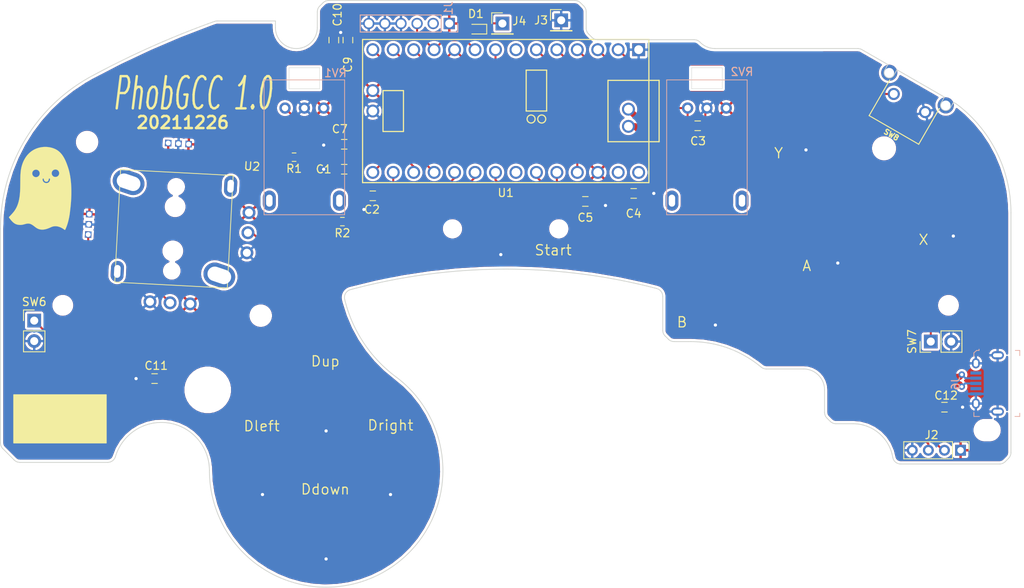
<source format=kicad_pcb>
(kicad_pcb (version 20171130) (host pcbnew "(5.1.6)-1")
  (layers (0 F.Cu signal) (31 B.Cu signal) (36 B.SilkS user) (37 F.SilkS user) (38 B.Mask user hide) (39 F.Mask user) (44 Edge.Cuts user))
  (net 0 "")
  (net 1 GND)
  (net 2 +3V3)
  (net 3 /C_x)
  (net 4 /C_y)
  (net 5 /A)
  (net 6 /B)
  (net 7 /X)
  (net 8 /Y)
  (net 9 /R)
  (net 10 /Start)
  (net 11 /Z)
  (net 12 /Dleft)
  (net 13 /Dup)
  (net 14 /Dright)
  (net 15 /Ddown)
  (net 16 /Lanalog)
  (net 17 /Ranalog)
  (net 18 /RX)
  (net 19 /TX)
  (net 20 /D+)
  (net 21 /D-)
  (net 22 /Stick_x)
  (net 23 /Stick_y)
  (net 24 /L)
  (net 25 /Stick_x_filt)
  (net 26 /Stick_y_filt)
  (net 27 +5V)
  (net 28 "Net-(J6-Pad1)")
  (net 29 "Net-(J6-Pad4)")
  (net 30 "Net-(U1-Pad7)")
  (net 31 "Net-(U1-Pad33)")
  (net 32 "Net-(U1-Pad32)")
  (net 33 "Net-(U1-Pad27)")
  (module Teensy:Teensy30_31_32_USB (layer F.Cu) (at 112.61 63.77 180)
    (fp_text reference U1 (at 0 -10.16) (layer F.SilkS))
    (fp_text value Teensy3.2)
    (pad 40 thru_hole circle (at -15.24 -1.9 180) (size 1.6 1.6) (drill 1.1) (layers *.Cu *.Mask) (net 20 /D+))
    (pad 39 thru_hole circle (at -15.24 0.23 180) (size 1.6 1.6) (drill 1.1) (layers *.Cu *.Mask) (net 21 /D-))
    (pad 1 thru_hole rect (at -16.51 7.62 180) (size 1.6 1.6) (drill 1.1) (layers *.Cu *.Mask) (net 1 GND))
    (pad 2 thru_hole circle (at -13.97 7.62 180) (size 1.6 1.6) (drill 1.1) (layers *.Cu *.Mask) (net 11 /Z))
    (pad 3 thru_hole circle (at -11.43 7.62 180) (size 1.6 1.6) (drill 1.1) (layers *.Cu *.Mask) (net 7 /X))
    (pad 4 thru_hole circle (at -8.89 7.62 180) (size 1.6 1.6) (drill 1.1) (layers *.Cu *.Mask) (net 8 /Y))
    (pad 5 thru_hole circle (at -6.35 7.62 180) (size 1.6 1.6) (drill 1.1) (layers *.Cu *.Mask) (net 9 /R))
    (pad 6 thru_hole circle (at -3.81 7.62 180) (size 1.6 1.6) (drill 1.1) (layers *.Cu *.Mask) (net 5 /A))
    (pad 7 thru_hole circle (at -1.27 7.62 180) (size 1.6 1.6) (drill 1.1) (layers *.Cu *.Mask) (net 30 "Net-(U1-Pad7)"))
    (pad 8 thru_hole circle (at 1.27 7.62 180) (size 1.6 1.6) (drill 1.1) (layers *.Cu *.Mask) (net 6 /B))
    (pad 9 thru_hole circle (at 3.81 7.62 180) (size 1.6 1.6) (drill 1.1) (layers *.Cu *.Mask) (net 18 /RX))
    (pad 10 thru_hole circle (at 6.35 7.62 180) (size 1.6 1.6) (drill 1.1) (layers *.Cu *.Mask) (net 19 /TX))
    (pad 11 thru_hole circle (at 8.89 7.62 180) (size 1.6 1.6) (drill 1.1) (layers *.Cu *.Mask) (net 18 /RX))
    (pad 12 thru_hole circle (at 11.43 7.62 180) (size 1.6 1.6) (drill 1.1) (layers *.Cu *.Mask) (net 19 /TX))
    (pad 13 thru_hole circle (at 13.97 7.62 180) (size 1.6 1.6) (drill 1.1) (layers *.Cu *.Mask) (net 14 /Dright))
    (pad 33 thru_hole circle (at -16.51 -7.62 180) (size 1.6 1.6) (drill 1.1) (layers *.Cu *.Mask) (net 31 "Net-(U1-Pad33)"))
    (pad 32 thru_hole circle (at -13.97 -7.62 180) (size 1.6 1.6) (drill 1.1) (layers *.Cu *.Mask) (net 32 "Net-(U1-Pad32)"))
    (pad 31 thru_hole circle (at -11.43 -7.62 180) (size 1.6 1.6) (drill 1.1) (layers *.Cu *.Mask) (net 2 +3V3))
    (pad 30 thru_hole circle (at -8.89 -7.62 180) (size 1.6 1.6) (drill 1.1) (layers *.Cu *.Mask) (net 17 /Ranalog))
    (pad 29 thru_hole circle (at -6.35 -7.62 180) (size 1.6 1.6) (drill 1.1) (layers *.Cu *.Mask) (net 3 /C_x))
    (pad 28 thru_hole circle (at -3.81 -7.62 180) (size 1.6 1.6) (drill 1.1) (layers *.Cu *.Mask) (net 4 /C_y))
    (pad 27 thru_hole circle (at -1.27 -7.62 180) (size 1.6 1.6) (drill 1.1) (layers *.Cu *.Mask) (net 33 "Net-(U1-Pad27)"))
    (pad 26 thru_hole circle (at 1.27 -7.62 180) (size 1.6 1.6) (drill 1.1) (layers *.Cu *.Mask) (net 10 /Start))
    (pad 25 thru_hole circle (at 3.81 -7.62 180) (size 1.6 1.6) (drill 1.1) (layers *.Cu *.Mask) (net 13 /Dup))
    (pad 24 thru_hole circle (at 6.35 -7.62 180) (size 1.6 1.6) (drill 1.1) (layers *.Cu *.Mask) (net 12 /Dleft))
    (pad 23 thru_hole circle (at 8.89 -7.62 180) (size 1.6 1.6) (drill 1.1) (layers *.Cu *.Mask) (net 16 /Lanalog))
    (pad 22 thru_hole circle (at 11.43 -7.62 180) (size 1.6 1.6) (drill 1.1) (layers *.Cu *.Mask) (net 25 /Stick_x_filt))
    (pad 21 thru_hole circle (at 13.97 -7.62 180) (size 1.6 1.6) (drill 1.1) (layers *.Cu *.Mask) (net 26 /Stick_y_filt))
    (pad 14 thru_hole circle (at 16.51 7.62 180) (size 1.6 1.6) (drill 1.1) (layers *.Cu *.Mask) (net 15 /Ddown))
    (pad 16 thru_hole circle (at 16.51 2.54 180) (size 1.6 1.6) (drill 1.1) (layers *.Cu *.Mask) (net 2 +3V3))
    (pad 20 thru_hole circle (at 16.51 -7.62 180) (size 1.6 1.6) (drill 1.1) (layers *.Cu *.Mask) (net 24 /L))
    (pad 17 thru_hole circle (at 16.51 0 180) (size 1.6 1.6) (drill 1.1) (layers *.Cu *.Mask) (net 1 GND))
  )
  (module "Gamecube MB:Ghost Logo" (layer F.Cu) (at 55 73.5)
    (fp_text reference G*** hide)
    (fp_text value LOGO hide)
  )
  (module "Gamecube MB:Start_Contact" (layer F.Cu) (at 112.6 78.45)
    (fp_text reference SW5 hide)
    (fp_text value Start (at 5.9 2.6) (layer F.SilkS) (effects (font (size 1.27 1.27))))
    (pad 2 smd custom (at -0.6 3.1) (size 1 1) (layers F.Cu F.Paste F.Mask) (net 1 GND) (options (clearance outline) (anchor circle)) (primitives (gr_poly (pts (xy 2.424667 -0.0265) (xy 1.69771 -0.0265) (xy 1.514538 -0.026092) (xy 1.334606 -0.024937) (xy 1.164927 -0.023134) (xy 1.012514 -0.020783) (xy 0.88438 -0.017986) (xy 0.787539 -0.014842) (xy 0.748798 -0.012919) (xy 0.526844 0.000661) (xy 0.503564 0.087701) (xy 0.454251 0.204044) (xy 0.37669 0.306766) (xy 0.281041 0.383138) (xy 0.257928 0.395457) (xy 0.152928 0.432346) (xy 0.038228 0.450356) (xy -0.069578 0.447913) (xy -0.133598 0.43261) (xy -0.235223 0.377354) (xy -0.32577 0.297505) (xy -0.397386 0.202906) (xy -0.442217 0.103398) (xy -0.453535 0.031709) (xy -0.454 -0.0265) (xy -2.253166 -0.0265) (xy -2.253166 -5.064166) (xy -1.681666 -5.064166) (xy -1.681666 -0.576833) (xy -0.2 -0.576833) (xy -0.2 -5.064166) (xy 0.3715 -5.064166) (xy 0.3715 -0.576833) (xy 1.831807 -0.576833) (xy 1.837195 -2.815208) (xy 1.842584 -5.053583) (xy 2.133625 -5.059472) (xy 2.424667 -5.065361) (xy 2.424667 -0.0265)) (width 0.01))))
    (pad 1 smd custom (at 0.6 -3.1) (size 1 1) (layers F.Cu F.Paste F.Mask) (net 10 /Start) (options (clearance outline) (anchor circle)) (primitives (gr_poly (pts (xy 0.099693 -0.387052) (xy 0.218696 -0.336694) (xy 0.310144 -0.261572) (xy 0.383722 -0.159924) (xy 0.429133 -0.046872) (xy 0.434756 -0.019356) (xy 0.447039 0.056334) (xy 2.240667 0.056334) (xy 2.240667 5.115167) (xy 1.669167 5.115167) (xy 1.669167 0.627834) (xy 0.208667 0.627834) (xy 0.208667 5.115167) (xy -0.384 5.115167) (xy -0.384 0.627834) (xy -1.865666 0.627834) (xy -1.865666 5.115167) (xy -2.437166 5.115167) (xy -2.437166 0.056334) (xy -0.536389 0.056334) (xy -0.511448 -0.047633) (xy -0.462153 -0.169565) (xy -0.382411 -0.269082) (xy -0.279288 -0.343387) (xy -0.159852 -0.389682) (xy -0.031169 -0.40517) (xy 0.099693 -0.387052)) (width 0.01))))
  )
  (module "Gamecube MB:GCC_Header_Straight_1x06_Pitch2.00mm" (layer B.Cu) (at 105.6 52.9 90)
    (fp_text reference J1 (at 1.9 -0.1 270) (layer B.SilkS) (effects (justify mirror)))
    (fp_text value Conn_01x06_Female)
    (pad 6 thru_hole oval (at 0 -10 90) (size 1.4 1.4) (drill 1) (layers *.Cu *.Mask) (net 1 GND))
    (pad 5 thru_hole oval (at 0 -8 90) (size 1.4 1.4) (drill 1) (layers *.Cu *.Mask) (net 1 GND))
    (pad 4 thru_hole oval (at 0 -6 90) (size 1.4 1.4) (drill 1) (layers *.Cu *.Mask) (net 1 GND))
    (pad 3 thru_hole oval (at 0 -4 90) (size 1.4 1.4) (drill 1) (layers *.Cu *.Mask) (net 18 /RX))
    (pad 2 thru_hole oval (at 0 -2 90) (size 1.4 1.4) (drill 1) (layers *.Cu *.Mask) (net 27 +5V))
    (pad 1 thru_hole rect (at 0 0 90) (size 1.4 1.4) (drill 1) (layers *.Cu *.Mask) (net 2 +3V3))
  )
  (module "Gamecube MB:Z_Switch_Edge" (layer F.Cu) (at 162.751443 62.775 330)
    (fp_text reference SW8 (at 0.026443 4.5458 150) (layer F.SilkS) (effects (font (size 0.640862 0.640862))))
    (fp_text value 1825027-5)
    (pad 4 thru_hole circle (at 4.05 -2 330) (size 2 2) (drill 1.2) (layers *.Cu *.Mask))
    (pad 3 thru_hole circle (at -4.05 -2 330) (size 2 2) (drill 1.2) (layers *.Cu *.Mask))
    (pad 1 thru_hole circle (at -2.25 0 330) (size 1.498 1.498) (drill 0.99) (layers *.Cu *.Mask) (net 11 /Z))
    (pad 2 thru_hole circle (at 2.25 0 330) (size 1.498 1.498) (drill 0.99) (layers *.Cu *.Mask) (net 1 GND))
  )
  (module "Gamecube MB:GCC_Slider" (layer B.Cu) (at 87.6 63.4 180)
    (fp_text reference RV1 (at -3.85 4.35 180) (layer B.SilkS) (effects (justify mirror)))
    (fp_text value R_POT_MountingPin)
    (pad "" thru_hole oval (at -4.35 -11.5 180) (size 1.6 2.5) (drill oval 0.8 1.5) (layers *.Cu *.Mask))
    (pad "" thru_hole oval (at 4.35 -11.5 180) (size 1.6 2.5) (drill oval 0.8 1.5) (layers *.Cu *.Mask))
    (pad 3 thru_hole circle (at 2.4 0 180) (size 1.4 1.4) (drill 0.8) (layers *.Cu *.Mask) (net 16 /Lanalog))
    (pad 2 thru_hole circle (at 0 0 180) (size 1.4 1.4) (drill 0.8) (layers *.Cu *.Mask) (net 1 GND))
    (pad 1 thru_hole circle (at -2.4 0 180) (size 1.4 1.4) (drill 0.8) (layers *.Cu *.Mask) (net 2 +3V3))
  )
  (module Resistor_SMD:R_0603_1608Metric (layer F.Cu) (at 92.325 77.5 180)
    (fp_text reference R2 (at 0 -1.43) (layer F.SilkS))
    (fp_text value R)
    (pad 2 smd roundrect (at 0.825 0 180) (size 0.8 0.95) (layers F.Cu F.Paste F.Mask) (net 23 /Stick_y))
    (pad 1 smd roundrect (at -0.825 0 180) (size 0.8 0.95) (layers F.Cu F.Paste F.Mask) (net 26 /Stick_y_filt))
  )
  (module Resistor_SMD:R_0603_1608Metric (layer F.Cu) (at 86.325 69.5 180)
    (fp_text reference R1 (at 0 -1.43) (layer F.SilkS))
    (fp_text value R)
    (pad 2 smd roundrect (at 0.825 0 180) (size 0.8 0.95) (layers F.Cu F.Paste F.Mask) (net 22 /Stick_x))
    (pad 1 smd roundrect (at -0.825 0 180) (size 0.8 0.95) (layers F.Cu F.Paste F.Mask) (net 25 /Stick_x_filt))
  )
  (module Diode_SMD:D_SOD-523 (layer F.Cu) (at 109.1 53.6 180)
    (fp_text reference D1 (at 0.2 1.9) (layer F.SilkS))
    (fp_text value D_Schottky)
    (pad 1 smd rect (at -0.7 0) (size 0.6 0.7) (layers F.Cu F.Paste F.Mask) (net 19 /TX))
    (pad 2 smd rect (at 0.7 0) (size 0.6 0.7) (layers F.Cu F.Paste F.Mask) (net 18 /RX))
  )
  (module "Gamecube MB:MountingHole_2.2mm" (layer F.Cu) (at 82.183378 89.183378)
    (fp_text reference H9 hide)
    (fp_text value 2.2mm)
    (pad "" np_thru_hole circle (at 0 0) (size 2.2 2.2) (drill 2.2) (layers *.Cu *.Mask))
  )
  (module "Gamecube MB:MountingHole_2.2mm" (layer F.Cu) (at 60.616622 67.616621)
    (fp_text reference H8 hide)
    (fp_text value 2.2mm)
    (pad "" np_thru_hole circle (at 0 0) (size 2.2 2.2) (drill 2.2) (layers *.Cu *.Mask))
  )
  (module "Gamecube MB:ABXY_layout_small_mask" (layer F.Cu) (at 149.85 64.25)
    (fp_text reference SW4 hide)
    (fp_text value Y (at -3.35 4.75) (layer F.SilkS) (effects (font (size 1.27 1.27))))
    (pad 2 smd custom (at 0 4.25) (size 1.4 1.4) (layers F.Cu F.Paste F.Mask) (net 1 GND) (options (clearance outline) (anchor circle)) (primitives (gr_poly (pts (xy 4.170623 -6.124804) (xy 4.251577 -6.099095) (xy 4.326604 -6.056104) (xy 4.401211 -5.995702) (xy 4.421752 -5.976626) (xy 4.481948 -5.91406) (xy 4.526287 -5.851778) (xy 4.557954 -5.780893) (xy 4.580132 -5.692519) (xy 4.596006 -5.577769) (xy 4.606249 -5.461763) (xy 4.61778 -5.332932) (xy 4.632869 -5.196178) (xy 4.649438 -5.069027) (xy 4.663344 -4.980395) (xy 4.675891 -4.897437) (xy 4.685398 -4.804223) (xy 4.69219 -4.694083) (xy 4.696591 -4.560343) (xy 4.698928 -4.396332) (xy 4.69953 -4.238) (xy 4.699205 -4.062914) (xy 4.697711 -3.922513) (xy 4.694591 -3.809155) (xy 4.689393 -3.715197) (xy 4.681662 -3.632998) (xy 4.670944 -3.554915) (xy 4.656784 -3.473305) (xy 4.652831 -3.452385) (xy 4.546146 -2.999962) (xy 4.403409 -2.568157) (xy 4.225457 -2.158207) (xy 4.013125 -1.771347) (xy 3.76725 -1.408813) (xy 3.488667 -1.07184) (xy 3.178212 -0.761665) (xy 2.836721 -0.479523) (xy 2.47503 -0.232819) (xy 2.22231 -0.086646) (xy 1.963516 0.041817) (xy 1.691055 0.155531) (xy 1.397332 0.257452) (xy 1.074753 0.350539) (xy 0.807845 0.41668) (xy 0.663312 0.458454) (xy 0.537098 0.514887) (xy 0.465949 0.55627) (xy 0.385255 0.604742) (xy 0.308992 0.647443) (xy 0.251071 0.676655) (xy 0.241604 0.680737) (xy 0.136192 0.709663) (xy 0.011704 0.722924) (xy -0.110908 0.718636) (xy -0.137614 0.714807) (xy -0.280894 0.671019) (xy -0.418877 0.593123) (xy -0.541022 0.489019) (xy -0.636784 0.366606) (xy -0.661392 0.322354) (xy -0.713836 0.173231) (xy -0.73305 0.008292) (xy -0.725799 -0.109226) (xy -0.708163 -0.205117) (xy -0.680465 -0.287428) (xy -0.636593 -0.369294) (xy -0.570438 -0.463851) (xy -0.545911 -0.49591) (xy -0.493445 -0.565556) (xy -0.454295 -0.625634) (xy -0.42652 -0.684162) (xy -0.408174 -0.749161) (xy -0.397315 -0.828648) (xy -0.391999 -0.930643) (xy -0.390283 -1.063166) (xy -0.390166 -1.13852) (xy -0.390166 -1.511733) (xy -0.458958 -1.580288) (xy -0.500502 -1.617179) (xy -0.542711 -1.639877) (xy -0.599547 -1.653542) (xy -0.683226 -1.663173) (xy -0.785115 -1.675681) (xy -0.861983 -1.695573) (xy -0.917313 -1.728351) (xy -0.954585 -1.779522) (xy -0.977282 -1.854589) (xy -0.988886 -1.959058) (xy -0.992878 -2.098432) (xy -0.993119 -2.153083) (xy -0.992572 -2.274516) (xy -0.989998 -2.362004) (xy -0.984419 -2.423923) (xy -0.974859 -2.468646) (xy -0.960342 -2.504549) (xy -0.949933 -2.5235) (xy -0.912967 -2.573693) (xy -0.867238 -2.600024) (xy -0.81235 -2.611889) (xy -0.769691 -2.615233) (xy -0.690177 -2.618387) (xy -0.579283 -2.62125) (xy -0.442485 -2.623721) (xy -0.285262 -2.625702) (xy -0.11309 -2.627091) (xy 0.055665 -2.627764) (xy 0.82958 -2.629333) (xy 0.891748 -2.564502) (xy 0.953917 -2.49967) (xy 0.960555 -2.14498) (xy 0.967194 -1.79029) (xy 0.885231 -1.73349) (xy 0.81062 -1.693841) (xy 0.715758 -1.667682) (xy 0.647731 -1.65716) (xy 0.560136 -1.643612) (xy 0.501162 -1.626247) (xy 0.457119 -1.599875) (xy 0.4287 -1.574136) (xy 0.397438 -1.539268) (xy 0.377122 -1.502893) (xy 0.36415 -1.453543) (xy 0.35492 -1.37975) (xy 0.350074 -1.323862) (xy 0.343831 -1.188904) (xy 0.34559 -1.050478) (xy 0.354511 -0.918585) (xy 0.369754 -0.803226) (xy 0.390479 -0.714401) (xy 0.404148 -0.680012) (xy 0.442548 -0.61597) (xy 0.499446 -0.533981) (xy 0.565563 -0.446179) (xy 0.631621 -0.364696) (xy 0.688342 -0.301667) (xy 0.707529 -0.283279) (xy 0.799027 -0.216175) (xy 0.897552 -0.17347) (xy 1.007752 -0.155315) (xy 1.134277 -0.161859) (xy 1.281776 -0.19325) (xy 1.454899 -0.249639) (xy 1.613836 -0.312374) (xy 1.996369 -0.494726) (xy 2.357688 -0.712667) (xy 2.695183 -0.964039) (xy 3.00624 -1.246685) (xy 3.288249 -1.558445) (xy 3.538598 -1.897162) (xy 3.546879 -1.909666) (xy 3.758468 -2.26852) (xy 3.933252 -2.646378) (xy 4.070192 -3.039597) (xy 4.168246 -3.444533) (xy 4.226376 -3.857541) (xy 4.24354 -4.274977) (xy 4.242305 -4.346273) (xy 4.238714 -4.467345) (xy 4.234269 -4.554868) (xy 4.227529 -4.617623) (xy 4.21705 -4.664391) (xy 4.201391 -4.703953) (xy 4.179108 -4.745089) (xy 4.175881 -4.750616) (xy 4.098777 -4.849291) (xy 3.997565 -4.931844) (xy 3.883934 -4.991038) (xy 3.769575 -5.01963) (xy 3.739017 -5.021166) (xy 3.695864 -5.016019) (xy 3.618632 -5.001574) (xy 3.514177 -4.97933) (xy 3.389356 -4.950782) (xy 3.251024 -4.917428) (xy 3.163222 -4.895435) (xy 2.76384 -4.798112) (xy 2.392694 -4.717098) (xy 2.040399 -4.651226) (xy 1.697571 -4.599329) (xy 1.354826 -4.56024) (xy 1.002779 -4.53279) (xy 0.632045 -4.515813) (xy 0.233242 -4.508142) (xy 0.04375 -4.507415) (xy -0.236188 -4.50881) (xy -0.483032 -4.513276) (xy -0.705948 -4.521454) (xy -0.914106 -4.533989) (xy -1.116675 -4.551523) (xy -1.322822 -4.5747) (xy -1.541717 -4.604161) (xy -1.723666 -4.631371) (xy -1.953561 -4.668465) (xy -2.14525 -4.703577) (xy -2.302688 -4.738563) (xy -2.429829 -4.77528) (xy -2.530627 -4.815583) (xy -2.609036 -4.861327) (xy -2.669009 -4.914368) (xy -2.714502 -4.976561) (xy -2.749468 -5.049763) (xy -2.774615 -5.124573) (xy -2.792148 -5.227181) (xy -2.779761 -5.325391) (xy -2.73517 -5.429534) (xy -2.691754 -5.49954) (xy -2.599714 -5.60179) (xy -2.487847 -5.668697) (xy -2.361084 -5.697535) (xy -2.332166 -5.6985) (xy -2.276194 -5.694901) (xy -2.188072 -5.684947) (xy -2.077291 -5.6699) (xy -1.953345 -5.651021) (xy -1.864536 -5.636323) (xy -1.325022 -5.555506) (xy -0.802923 -5.501726) (xy -0.283985 -5.473925) (xy 0.246049 -5.471047) (xy 0.340084 -5.473005) (xy 0.854145 -5.494731) (xy 1.340397 -5.535054) (xy 1.809541 -5.595764) (xy 2.27228 -5.678649) (xy 2.739314 -5.785498) (xy 3.221345 -5.918102) (xy 3.484111 -5.99866) (xy 3.677343 -6.057416) (xy 3.837101 -6.099538) (xy 3.968894 -6.124896) (xy 4.078232 -6.133361) (xy 4.170623 -6.124804)) (width 0.01))))
    (pad 1 smd custom (at 0 -4.25) (size 1.4 1.4) (layers F.Cu F.Paste F.Mask) (net 8 /Y) (options (clearance outline) (anchor circle)) (primitives (gr_poly (pts (xy 0.201678 -0.690834) (xy 0.355945 -0.621971) (xy 0.491502 -0.516612) (xy 0.512064 -0.49548) (xy 0.596469 -0.394423) (xy 0.652498 -0.296932) (xy 0.684929 -0.190204) (xy 0.698541 -0.061437) (xy 0.699799 0.0075) (xy 0.698308 0.107854) (xy 0.692313 0.179269) (xy 0.679379 0.23509) (xy 0.65707 0.288659) (xy 0.643704 0.314865) (xy 0.597324 0.392446) (xy 0.538326 0.477612) (xy 0.50023 0.526532) (xy 0.443887 0.603248) (xy 0.402637 0.683306) (xy 0.374364 0.775056) (xy 0.356951 0.886851) (xy 0.34828 1.027042) (xy 0.346355 1.133531) (xy 0.347947 1.281599) (xy 0.356283 1.39424) (xy 0.373223 1.478078) (xy 0.400626 1.539736) (xy 0.440351 1.585838) (xy 0.481685 1.615624) (xy 0.5643 1.648227) (xy 0.647 1.658886) (xy 0.74574 1.670606) (xy 0.833962 1.701223) (xy 0.901188 1.745641) (xy 0.936938 1.798766) (xy 0.937295 1.800006) (xy 0.943294 1.842302) (xy 0.94833 1.917434) (xy 0.951972 2.015911) (xy 0.95379 2.128238) (xy 0.953917 2.1665) (xy 0.954242 2.27848) (xy 0.952797 2.371258) (xy 0.945951 2.446644) (xy 0.930072 2.506447) (xy 0.901529 2.552474) (xy 0.856692 2.586536) (xy 0.79193 2.610441) (xy 0.703611 2.625997) (xy 0.588104 2.635013) (xy 0.441778 2.639298) (xy 0.261002 2.640661) (xy 0.042146 2.640911) (xy 0.001417 2.640971) (xy -0.228243 2.641549) (xy -0.419152 2.641129) (xy -0.574882 2.637818) (xy -0.699006 2.629722) (xy -0.795098 2.614949) (xy -0.866729 2.591606) (xy -0.917473 2.557798) (xy -0.950902 2.511633) (xy -0.970588 2.451217) (xy -0.980106 2.374657) (xy -0.983026 2.280059) (xy -0.982923 2.165531) (xy -0.982833 2.11938) (xy -0.982833 1.80341) (xy -0.923531 1.744108) (xy -0.840768 1.689703) (xy -0.775364 1.671653) (xy -0.69158 1.659252) (xy -0.605593 1.646525) (xy -0.597635 1.645347) (xy -0.50128 1.612161) (xy -0.449469 1.572892) (xy -0.390166 1.51359) (xy -0.390631 1.136253) (xy -0.392253 0.974144) (xy -0.398756 0.845751) (xy -0.41327 0.742493) (xy -0.438925 0.655788) (xy -0.47885 0.577055) (xy -0.536176 0.497714) (xy -0.614031 0.409183) (xy -0.681862 0.337728) (xy -0.782057 0.248316) (xy -0.884738 0.189313) (xy -0.996278 0.159789) (xy -1.123053 0.158818) (xy -1.271439 0.18547) (xy -1.421862 0.229999) (xy -1.789649 0.37505) (xy -2.143517 0.558238) (xy -2.480358 0.776769) (xy -2.797063 1.027851) (xy -3.090526 1.308692) (xy -3.357639 1.616498) (xy -3.595293 1.948476) (xy -3.800382 2.301834) (xy -3.859356 2.4205) (xy -4.015538 2.789995) (xy -4.132639 3.163694) (xy -4.211698 3.546569) (xy -4.253753 3.943591) (xy -4.260359 4.339225) (xy -4.256966 4.463435) (xy -4.252615 4.553815) (xy -4.246054 4.618869) (xy -4.236031 4.667099) (xy -4.221292 4.707007) (xy -4.200586 4.747096) (xy -4.200166 4.747845) (xy -4.11413 4.859683) (xy -3.999473 4.946463) (xy -3.865927 5.001044) (xy -3.849676 5.004961) (xy -3.811991 5.012766) (xy -3.776802 5.01726) (xy -3.738298 5.0175) (xy -3.690668 5.012542) (xy -3.628101 5.001444) (xy -3.544789 4.983263) (xy -3.434919 4.957054) (xy -3.292682 4.921876) (xy -3.208896 4.90095) (xy -2.874372 4.819785) (xy -2.569245 4.751415) (xy -2.283201 4.693984) (xy -2.005919 4.645633) (xy -1.727084 4.604505) (xy -1.436378 4.568742) (xy -1.258 4.549699) (xy -0.838585 4.517171) (xy -0.394785 4.501398) (xy 0.064325 4.501895) (xy 0.529668 4.518176) (xy 0.992168 4.549755) (xy 1.442751 4.596148) (xy 1.87234 4.656869) (xy 2.271859 4.731432) (xy 2.315485 4.740876) (xy 2.462569 4.789963) (xy 2.585497 4.864895) (xy 2.679997 4.961209) (xy 2.741795 5.074439) (xy 2.766616 5.200122) (xy 2.766894 5.212405) (xy 2.749969 5.338507) (xy 2.701382 5.457533) (xy 2.627364 5.56116) (xy 2.534145 5.641064) (xy 2.427955 5.688919) (xy 2.406626 5.69374) (xy 2.336758 5.698354) (xy 2.230817 5.69232) (xy 2.087558 5.675498) (xy 1.905739 5.647745) (xy 1.7265 5.616642) (xy 1.373393 5.562344) (xy 0.989078 5.520473) (xy 0.582883 5.491239) (xy 0.164131 5.474853) (xy -0.257852 5.471526) (xy -0.673739 5.481467) (xy -1.074206 5.504889) (xy -1.449927 5.542002) (xy -1.469666 5.544442) (xy -1.82437 5.596419) (xy -2.203142 5.665839) (xy -2.592929 5.7498) (xy -2.980677 5.845398) (xy -3.353332 5.949732) (xy -3.51225 5.99864) (xy -3.715362 6.058663) (xy -3.885491 6.098752) (xy -4.026778 6.119322) (xy -4.143361 6.120789) (xy -4.23938 6.103568) (xy -4.301769 6.077908) (xy -4.437741 5.985559) (xy -4.536752 5.872667) (xy -4.599349 5.738312) (xy -4.626082 5.581576) (xy -4.627208 5.532519) (xy -4.630059 5.448121) (xy -4.638555 5.336581) (xy -4.651378 5.212511) (xy -4.666945 5.092334) (xy -4.705455 4.792444) (xy -4.72907 4.522867) (xy -4.738278 4.274477) (xy -4.733571 4.038146) (xy -4.728271 3.950108) (xy -4.688879 3.568041) (xy -4.625462 3.211934) (xy -4.535237 2.871126) (xy -4.415417 2.534959) (xy -4.276075 2.219417) (xy -4.101085 1.884492) (xy -3.909895 1.579231) (xy -3.69485 1.292831) (xy -3.448296 1.014492) (xy -3.3535 0.917337) (xy -3.088585 0.668594) (xy -2.82026 0.451949) (xy -2.537579 0.259642) (xy -2.229594 0.083912) (xy -2.05175 -0.005451) (xy -1.846266 -0.099456) (xy -1.644115 -0.180604) (xy -1.433311 -0.253082) (xy -1.201872 -0.321076) (xy -0.993416 -0.375152) (xy -0.836231 -0.416148) (xy -0.714918 -0.452803) (xy -0.623496 -0.487142) (xy -0.555987 -0.521188) (xy -0.548916 -0.525533) (xy -0.436183 -0.594781) (xy -0.348728 -0.643816) (xy -0.277298 -0.67691) (xy -0.212639 -0.698336) (xy -0.145497 -0.712369) (xy -0.143662 -0.712669) (xy 0.033531 -0.7216) (xy 0.201678 -0.690834)) (width 0.01))))
  )
  (module "Gamecube MB:ABXY_layout_small_mask" (layer F.Cu) (at 168.15 74.95)
    (fp_text reference SW3 hide)
    (fp_text value X (at -3.65 4.8) (layer F.SilkS) (effects (font (size 1.27 1.27))))
    (pad 2 smd custom (at 0 4.25) (size 1.4 1.4) (layers F.Cu F.Paste F.Mask) (net 1 GND) (options (clearance outline) (anchor circle)) (primitives (gr_poly (pts (xy 4.170623 -6.124804) (xy 4.251577 -6.099095) (xy 4.326604 -6.056104) (xy 4.401211 -5.995702) (xy 4.421752 -5.976626) (xy 4.481948 -5.91406) (xy 4.526287 -5.851778) (xy 4.557954 -5.780893) (xy 4.580132 -5.692519) (xy 4.596006 -5.577769) (xy 4.606249 -5.461763) (xy 4.61778 -5.332932) (xy 4.632869 -5.196178) (xy 4.649438 -5.069027) (xy 4.663344 -4.980395) (xy 4.675891 -4.897437) (xy 4.685398 -4.804223) (xy 4.69219 -4.694083) (xy 4.696591 -4.560343) (xy 4.698928 -4.396332) (xy 4.69953 -4.238) (xy 4.699205 -4.062914) (xy 4.697711 -3.922513) (xy 4.694591 -3.809155) (xy 4.689393 -3.715197) (xy 4.681662 -3.632998) (xy 4.670944 -3.554915) (xy 4.656784 -3.473305) (xy 4.652831 -3.452385) (xy 4.546146 -2.999962) (xy 4.403409 -2.568157) (xy 4.225457 -2.158207) (xy 4.013125 -1.771347) (xy 3.76725 -1.408813) (xy 3.488667 -1.07184) (xy 3.178212 -0.761665) (xy 2.836721 -0.479523) (xy 2.47503 -0.232819) (xy 2.22231 -0.086646) (xy 1.963516 0.041817) (xy 1.691055 0.155531) (xy 1.397332 0.257452) (xy 1.074753 0.350539) (xy 0.807845 0.41668) (xy 0.663312 0.458454) (xy 0.537098 0.514887) (xy 0.465949 0.55627) (xy 0.385255 0.604742) (xy 0.308992 0.647443) (xy 0.251071 0.676655) (xy 0.241604 0.680737) (xy 0.136192 0.709663) (xy 0.011704 0.722924) (xy -0.110908 0.718636) (xy -0.137614 0.714807) (xy -0.280894 0.671019) (xy -0.418877 0.593123) (xy -0.541022 0.489019) (xy -0.636784 0.366606) (xy -0.661392 0.322354) (xy -0.713836 0.173231) (xy -0.73305 0.008292) (xy -0.725799 -0.109226) (xy -0.708163 -0.205117) (xy -0.680465 -0.287428) (xy -0.636593 -0.369294) (xy -0.570438 -0.463851) (xy -0.545911 -0.49591) (xy -0.493445 -0.565556) (xy -0.454295 -0.625634) (xy -0.42652 -0.684162) (xy -0.408174 -0.749161) (xy -0.397315 -0.828648) (xy -0.391999 -0.930643) (xy -0.390283 -1.063166) (xy -0.390166 -1.13852) (xy -0.390166 -1.511733) (xy -0.458958 -1.580288) (xy -0.500502 -1.617179) (xy -0.542711 -1.639877) (xy -0.599547 -1.653542) (xy -0.683226 -1.663173) (xy -0.785115 -1.675681) (xy -0.861983 -1.695573) (xy -0.917313 -1.728351) (xy -0.954585 -1.779522) (xy -0.977282 -1.854589) (xy -0.988886 -1.959058) (xy -0.992878 -2.098432) (xy -0.993119 -2.153083) (xy -0.992572 -2.274516) (xy -0.989998 -2.362004) (xy -0.984419 -2.423923) (xy -0.974859 -2.468646) (xy -0.960342 -2.504549) (xy -0.949933 -2.5235) (xy -0.912967 -2.573693) (xy -0.867238 -2.600024) (xy -0.81235 -2.611889) (xy -0.769691 -2.615233) (xy -0.690177 -2.618387) (xy -0.579283 -2.62125) (xy -0.442485 -2.623721) (xy -0.285262 -2.625702) (xy -0.11309 -2.627091) (xy 0.055665 -2.627764) (xy 0.82958 -2.629333) (xy 0.891748 -2.564502) (xy 0.953917 -2.49967) (xy 0.960555 -2.14498) (xy 0.967194 -1.79029) (xy 0.885231 -1.73349) (xy 0.81062 -1.693841) (xy 0.715758 -1.667682) (xy 0.647731 -1.65716) (xy 0.560136 -1.643612) (xy 0.501162 -1.626247) (xy 0.457119 -1.599875) (xy 0.4287 -1.574136) (xy 0.397438 -1.539268) (xy 0.377122 -1.502893) (xy 0.36415 -1.453543) (xy 0.35492 -1.37975) (xy 0.350074 -1.323862) (xy 0.343831 -1.188904) (xy 0.34559 -1.050478) (xy 0.354511 -0.918585) (xy 0.369754 -0.803226) (xy 0.390479 -0.714401) (xy 0.404148 -0.680012) (xy 0.442548 -0.61597) (xy 0.499446 -0.533981) (xy 0.565563 -0.446179) (xy 0.631621 -0.364696) (xy 0.688342 -0.301667) (xy 0.707529 -0.283279) (xy 0.799027 -0.216175) (xy 0.897552 -0.17347) (xy 1.007752 -0.155315) (xy 1.134277 -0.161859) (xy 1.281776 -0.19325) (xy 1.454899 -0.249639) (xy 1.613836 -0.312374) (xy 1.996369 -0.494726) (xy 2.357688 -0.712667) (xy 2.695183 -0.964039) (xy 3.00624 -1.246685) (xy 3.288249 -1.558445) (xy 3.538598 -1.897162) (xy 3.546879 -1.909666) (xy 3.758468 -2.26852) (xy 3.933252 -2.646378) (xy 4.070192 -3.039597) (xy 4.168246 -3.444533) (xy 4.226376 -3.857541) (xy 4.24354 -4.274977) (xy 4.242305 -4.346273) (xy 4.238714 -4.467345) (xy 4.234269 -4.554868) (xy 4.227529 -4.617623) (xy 4.21705 -4.664391) (xy 4.201391 -4.703953) (xy 4.179108 -4.745089) (xy 4.175881 -4.750616) (xy 4.098777 -4.849291) (xy 3.997565 -4.931844) (xy 3.883934 -4.991038) (xy 3.769575 -5.01963) (xy 3.739017 -5.021166) (xy 3.695864 -5.016019) (xy 3.618632 -5.001574) (xy 3.514177 -4.97933) (xy 3.389356 -4.950782) (xy 3.251024 -4.917428) (xy 3.163222 -4.895435) (xy 2.76384 -4.798112) (xy 2.392694 -4.717098) (xy 2.040399 -4.651226) (xy 1.697571 -4.599329) (xy 1.354826 -4.56024) (xy 1.002779 -4.53279) (xy 0.632045 -4.515813) (xy 0.233242 -4.508142) (xy 0.04375 -4.507415) (xy -0.236188 -4.50881) (xy -0.483032 -4.513276) (xy -0.705948 -4.521454) (xy -0.914106 -4.533989) (xy -1.116675 -4.551523) (xy -1.322822 -4.5747) (xy -1.541717 -4.604161) (xy -1.723666 -4.631371) (xy -1.953561 -4.668465) (xy -2.14525 -4.703577) (xy -2.302688 -4.738563) (xy -2.429829 -4.77528) (xy -2.530627 -4.815583) (xy -2.609036 -4.861327) (xy -2.669009 -4.914368) (xy -2.714502 -4.976561) (xy -2.749468 -5.049763) (xy -2.774615 -5.124573) (xy -2.792148 -5.227181) (xy -2.779761 -5.325391) (xy -2.73517 -5.429534) (xy -2.691754 -5.49954) (xy -2.599714 -5.60179) (xy -2.487847 -5.668697) (xy -2.361084 -5.697535) (xy -2.332166 -5.6985) (xy -2.276194 -5.694901) (xy -2.188072 -5.684947) (xy -2.077291 -5.6699) (xy -1.953345 -5.651021) (xy -1.864536 -5.636323) (xy -1.325022 -5.555506) (xy -0.802923 -5.501726) (xy -0.283985 -5.473925) (xy 0.246049 -5.471047) (xy 0.340084 -5.473005) (xy 0.854145 -5.494731) (xy 1.340397 -5.535054) (xy 1.809541 -5.595764) (xy 2.27228 -5.678649) (xy 2.739314 -5.785498) (xy 3.221345 -5.918102) (xy 3.484111 -5.99866) (xy 3.677343 -6.057416) (xy 3.837101 -6.099538) (xy 3.968894 -6.124896) (xy 4.078232 -6.133361) (xy 4.170623 -6.124804)) (width 0.01))))
    (pad 1 smd custom (at 0 -4.25) (size 1.4 1.4) (layers F.Cu F.Paste F.Mask) (net 7 /X) (options (clearance outline) (anchor circle)) (primitives (gr_poly (pts (xy 0.201678 -0.690834) (xy 0.355945 -0.621971) (xy 0.491502 -0.516612) (xy 0.512064 -0.49548) (xy 0.596469 -0.394423) (xy 0.652498 -0.296932) (xy 0.684929 -0.190204) (xy 0.698541 -0.061437) (xy 0.699799 0.0075) (xy 0.698308 0.107854) (xy 0.692313 0.179269) (xy 0.679379 0.23509) (xy 0.65707 0.288659) (xy 0.643704 0.314865) (xy 0.597324 0.392446) (xy 0.538326 0.477612) (xy 0.50023 0.526532) (xy 0.443887 0.603248) (xy 0.402637 0.683306) (xy 0.374364 0.775056) (xy 0.356951 0.886851) (xy 0.34828 1.027042) (xy 0.346355 1.133531) (xy 0.347947 1.281599) (xy 0.356283 1.39424) (xy 0.373223 1.478078) (xy 0.400626 1.539736) (xy 0.440351 1.585838) (xy 0.481685 1.615624) (xy 0.5643 1.648227) (xy 0.647 1.658886) (xy 0.74574 1.670606) (xy 0.833962 1.701223) (xy 0.901188 1.745641) (xy 0.936938 1.798766) (xy 0.937295 1.800006) (xy 0.943294 1.842302) (xy 0.94833 1.917434) (xy 0.951972 2.015911) (xy 0.95379 2.128238) (xy 0.953917 2.1665) (xy 0.954242 2.27848) (xy 0.952797 2.371258) (xy 0.945951 2.446644) (xy 0.930072 2.506447) (xy 0.901529 2.552474) (xy 0.856692 2.586536) (xy 0.79193 2.610441) (xy 0.703611 2.625997) (xy 0.588104 2.635013) (xy 0.441778 2.639298) (xy 0.261002 2.640661) (xy 0.042146 2.640911) (xy 0.001417 2.640971) (xy -0.228243 2.641549) (xy -0.419152 2.641129) (xy -0.574882 2.637818) (xy -0.699006 2.629722) (xy -0.795098 2.614949) (xy -0.866729 2.591606) (xy -0.917473 2.557798) (xy -0.950902 2.511633) (xy -0.970588 2.451217) (xy -0.980106 2.374657) (xy -0.983026 2.280059) (xy -0.982923 2.165531) (xy -0.982833 2.11938) (xy -0.982833 1.80341) (xy -0.923531 1.744108) (xy -0.840768 1.689703) (xy -0.775364 1.671653) (xy -0.69158 1.659252) (xy -0.605593 1.646525) (xy -0.597635 1.645347) (xy -0.50128 1.612161) (xy -0.449469 1.572892) (xy -0.390166 1.51359) (xy -0.390631 1.136253) (xy -0.392253 0.974144) (xy -0.398756 0.845751) (xy -0.41327 0.742493) (xy -0.438925 0.655788) (xy -0.47885 0.577055) (xy -0.536176 0.497714) (xy -0.614031 0.409183) (xy -0.681862 0.337728) (xy -0.782057 0.248316) (xy -0.884738 0.189313) (xy -0.996278 0.159789) (xy -1.123053 0.158818) (xy -1.271439 0.18547) (xy -1.421862 0.229999) (xy -1.789649 0.37505) (xy -2.143517 0.558238) (xy -2.480358 0.776769) (xy -2.797063 1.027851) (xy -3.090526 1.308692) (xy -3.357639 1.616498) (xy -3.595293 1.948476) (xy -3.800382 2.301834) (xy -3.859356 2.4205) (xy -4.015538 2.789995) (xy -4.132639 3.163694) (xy -4.211698 3.546569) (xy -4.253753 3.943591) (xy -4.260359 4.339225) (xy -4.256966 4.463435) (xy -4.252615 4.553815) (xy -4.246054 4.618869) (xy -4.236031 4.667099) (xy -4.221292 4.707007) (xy -4.200586 4.747096) (xy -4.200166 4.747845) (xy -4.11413 4.859683) (xy -3.999473 4.946463) (xy -3.865927 5.001044) (xy -3.849676 5.004961) (xy -3.811991 5.012766) (xy -3.776802 5.01726) (xy -3.738298 5.0175) (xy -3.690668 5.012542) (xy -3.628101 5.001444) (xy -3.544789 4.983263) (xy -3.434919 4.957054) (xy -3.292682 4.921876) (xy -3.208896 4.90095) (xy -2.874372 4.819785) (xy -2.569245 4.751415) (xy -2.283201 4.693984) (xy -2.005919 4.645633) (xy -1.727084 4.604505) (xy -1.436378 4.568742) (xy -1.258 4.549699) (xy -0.838585 4.517171) (xy -0.394785 4.501398) (xy 0.064325 4.501895) (xy 0.529668 4.518176) (xy 0.992168 4.549755) (xy 1.442751 4.596148) (xy 1.87234 4.656869) (xy 2.271859 4.731432) (xy 2.315485 4.740876) (xy 2.462569 4.789963) (xy 2.585497 4.864895) (xy 2.679997 4.961209) (xy 2.741795 5.074439) (xy 2.766616 5.200122) (xy 2.766894 5.212405) (xy 2.749969 5.338507) (xy 2.701382 5.457533) (xy 2.627364 5.56116) (xy 2.534145 5.641064) (xy 2.427955 5.688919) (xy 2.406626 5.69374) (xy 2.336758 5.698354) (xy 2.230817 5.69232) (xy 2.087558 5.675498) (xy 1.905739 5.647745) (xy 1.7265 5.616642) (xy 1.373393 5.562344) (xy 0.989078 5.520473) (xy 0.582883 5.491239) (xy 0.164131 5.474853) (xy -0.257852 5.471526) (xy -0.673739 5.481467) (xy -1.074206 5.504889) (xy -1.449927 5.542002) (xy -1.469666 5.544442) (xy -1.82437 5.596419) (xy -2.203142 5.665839) (xy -2.592929 5.7498) (xy -2.980677 5.845398) (xy -3.353332 5.949732) (xy -3.51225 5.99864) (xy -3.715362 6.058663) (xy -3.885491 6.098752) (xy -4.026778 6.119322) (xy -4.143361 6.120789) (xy -4.23938 6.103568) (xy -4.301769 6.077908) (xy -4.437741 5.985559) (xy -4.536752 5.872667) (xy -4.599349 5.738312) (xy -4.626082 5.581576) (xy -4.627208 5.532519) (xy -4.630059 5.448121) (xy -4.638555 5.336581) (xy -4.651378 5.212511) (xy -4.666945 5.092334) (xy -4.705455 4.792444) (xy -4.72907 4.522867) (xy -4.738278 4.274477) (xy -4.733571 4.038146) (xy -4.728271 3.950108) (xy -4.688879 3.568041) (xy -4.625462 3.211934) (xy -4.535237 2.871126) (xy -4.415417 2.534959) (xy -4.276075 2.219417) (xy -4.101085 1.884492) (xy -3.909895 1.579231) (xy -3.69485 1.292831) (xy -3.448296 1.014492) (xy -3.3535 0.917337) (xy -3.088585 0.668594) (xy -2.82026 0.451949) (xy -2.537579 0.259642) (xy -2.229594 0.083912) (xy -2.05175 -0.005451) (xy -1.846266 -0.099456) (xy -1.644115 -0.180604) (xy -1.433311 -0.253082) (xy -1.201872 -0.321076) (xy -0.993416 -0.375152) (xy -0.836231 -0.416148) (xy -0.714918 -0.452803) (xy -0.623496 -0.487142) (xy -0.555987 -0.521188) (xy -0.548916 -0.525533) (xy -0.436183 -0.594781) (xy -0.348728 -0.643816) (xy -0.277298 -0.67691) (xy -0.212639 -0.698336) (xy -0.145497 -0.712369) (xy -0.143662 -0.712669) (xy 0.033531 -0.7216) (xy 0.201678 -0.690834)) (width 0.01))))
  )
  (module "Gamecube MB:ABXY_layout_small_mask" (layer F.Cu) (at 153.85 78.35)
    (fp_text reference SW1 hide)
    (fp_text value A (at -3.85 4.65) (layer F.SilkS) (effects (font (size 1.27 1.27))))
    (pad 2 smd custom (at 0 4.25) (size 1.4 1.4) (layers F.Cu F.Paste F.Mask) (net 1 GND) (options (clearance outline) (anchor circle)) (primitives (gr_poly (pts (xy 4.170623 -6.124804) (xy 4.251577 -6.099095) (xy 4.326604 -6.056104) (xy 4.401211 -5.995702) (xy 4.421752 -5.976626) (xy 4.481948 -5.91406) (xy 4.526287 -5.851778) (xy 4.557954 -5.780893) (xy 4.580132 -5.692519) (xy 4.596006 -5.577769) (xy 4.606249 -5.461763) (xy 4.61778 -5.332932) (xy 4.632869 -5.196178) (xy 4.649438 -5.069027) (xy 4.663344 -4.980395) (xy 4.675891 -4.897437) (xy 4.685398 -4.804223) (xy 4.69219 -4.694083) (xy 4.696591 -4.560343) (xy 4.698928 -4.396332) (xy 4.69953 -4.238) (xy 4.699205 -4.062914) (xy 4.697711 -3.922513) (xy 4.694591 -3.809155) (xy 4.689393 -3.715197) (xy 4.681662 -3.632998) (xy 4.670944 -3.554915) (xy 4.656784 -3.473305) (xy 4.652831 -3.452385) (xy 4.546146 -2.999962) (xy 4.403409 -2.568157) (xy 4.225457 -2.158207) (xy 4.013125 -1.771347) (xy 3.76725 -1.408813) (xy 3.488667 -1.07184) (xy 3.178212 -0.761665) (xy 2.836721 -0.479523) (xy 2.47503 -0.232819) (xy 2.22231 -0.086646) (xy 1.963516 0.041817) (xy 1.691055 0.155531) (xy 1.397332 0.257452) (xy 1.074753 0.350539) (xy 0.807845 0.41668) (xy 0.663312 0.458454) (xy 0.537098 0.514887) (xy 0.465949 0.55627) (xy 0.385255 0.604742) (xy 0.308992 0.647443) (xy 0.251071 0.676655) (xy 0.241604 0.680737) (xy 0.136192 0.709663) (xy 0.011704 0.722924) (xy -0.110908 0.718636) (xy -0.137614 0.714807) (xy -0.280894 0.671019) (xy -0.418877 0.593123) (xy -0.541022 0.489019) (xy -0.636784 0.366606) (xy -0.661392 0.322354) (xy -0.713836 0.173231) (xy -0.73305 0.008292) (xy -0.725799 -0.109226) (xy -0.708163 -0.205117) (xy -0.680465 -0.287428) (xy -0.636593 -0.369294) (xy -0.570438 -0.463851) (xy -0.545911 -0.49591) (xy -0.493445 -0.565556) (xy -0.454295 -0.625634) (xy -0.42652 -0.684162) (xy -0.408174 -0.749161) (xy -0.397315 -0.828648) (xy -0.391999 -0.930643) (xy -0.390283 -1.063166) (xy -0.390166 -1.13852) (xy -0.390166 -1.511733) (xy -0.458958 -1.580288) (xy -0.500502 -1.617179) (xy -0.542711 -1.639877) (xy -0.599547 -1.653542) (xy -0.683226 -1.663173) (xy -0.785115 -1.675681) (xy -0.861983 -1.695573) (xy -0.917313 -1.728351) (xy -0.954585 -1.779522) (xy -0.977282 -1.854589) (xy -0.988886 -1.959058) (xy -0.992878 -2.098432) (xy -0.993119 -2.153083) (xy -0.992572 -2.274516) (xy -0.989998 -2.362004) (xy -0.984419 -2.423923) (xy -0.974859 -2.468646) (xy -0.960342 -2.504549) (xy -0.949933 -2.5235) (xy -0.912967 -2.573693) (xy -0.867238 -2.600024) (xy -0.81235 -2.611889) (xy -0.769691 -2.615233) (xy -0.690177 -2.618387) (xy -0.579283 -2.62125) (xy -0.442485 -2.623721) (xy -0.285262 -2.625702) (xy -0.11309 -2.627091) (xy 0.055665 -2.627764) (xy 0.82958 -2.629333) (xy 0.891748 -2.564502) (xy 0.953917 -2.49967) (xy 0.960555 -2.14498) (xy 0.967194 -1.79029) (xy 0.885231 -1.73349) (xy 0.81062 -1.693841) (xy 0.715758 -1.667682) (xy 0.647731 -1.65716) (xy 0.560136 -1.643612) (xy 0.501162 -1.626247) (xy 0.457119 -1.599875) (xy 0.4287 -1.574136) (xy 0.397438 -1.539268) (xy 0.377122 -1.502893) (xy 0.36415 -1.453543) (xy 0.35492 -1.37975) (xy 0.350074 -1.323862) (xy 0.343831 -1.188904) (xy 0.34559 -1.050478) (xy 0.354511 -0.918585) (xy 0.369754 -0.803226) (xy 0.390479 -0.714401) (xy 0.404148 -0.680012) (xy 0.442548 -0.61597) (xy 0.499446 -0.533981) (xy 0.565563 -0.446179) (xy 0.631621 -0.364696) (xy 0.688342 -0.301667) (xy 0.707529 -0.283279) (xy 0.799027 -0.216175) (xy 0.897552 -0.17347) (xy 1.007752 -0.155315) (xy 1.134277 -0.161859) (xy 1.281776 -0.19325) (xy 1.454899 -0.249639) (xy 1.613836 -0.312374) (xy 1.996369 -0.494726) (xy 2.357688 -0.712667) (xy 2.695183 -0.964039) (xy 3.00624 -1.246685) (xy 3.288249 -1.558445) (xy 3.538598 -1.897162) (xy 3.546879 -1.909666) (xy 3.758468 -2.26852) (xy 3.933252 -2.646378) (xy 4.070192 -3.039597) (xy 4.168246 -3.444533) (xy 4.226376 -3.857541) (xy 4.24354 -4.274977) (xy 4.242305 -4.346273) (xy 4.238714 -4.467345) (xy 4.234269 -4.554868) (xy 4.227529 -4.617623) (xy 4.21705 -4.664391) (xy 4.201391 -4.703953) (xy 4.179108 -4.745089) (xy 4.175881 -4.750616) (xy 4.098777 -4.849291) (xy 3.997565 -4.931844) (xy 3.883934 -4.991038) (xy 3.769575 -5.01963) (xy 3.739017 -5.021166) (xy 3.695864 -5.016019) (xy 3.618632 -5.001574) (xy 3.514177 -4.97933) (xy 3.389356 -4.950782) (xy 3.251024 -4.917428) (xy 3.163222 -4.895435) (xy 2.76384 -4.798112) (xy 2.392694 -4.717098) (xy 2.040399 -4.651226) (xy 1.697571 -4.599329) (xy 1.354826 -4.56024) (xy 1.002779 -4.53279) (xy 0.632045 -4.515813) (xy 0.233242 -4.508142) (xy 0.04375 -4.507415) (xy -0.236188 -4.50881) (xy -0.483032 -4.513276) (xy -0.705948 -4.521454) (xy -0.914106 -4.533989) (xy -1.116675 -4.551523) (xy -1.322822 -4.5747) (xy -1.541717 -4.604161) (xy -1.723666 -4.631371) (xy -1.953561 -4.668465) (xy -2.14525 -4.703577) (xy -2.302688 -4.738563) (xy -2.429829 -4.77528) (xy -2.530627 -4.815583) (xy -2.609036 -4.861327) (xy -2.669009 -4.914368) (xy -2.714502 -4.976561) (xy -2.749468 -5.049763) (xy -2.774615 -5.124573) (xy -2.792148 -5.227181) (xy -2.779761 -5.325391) (xy -2.73517 -5.429534) (xy -2.691754 -5.49954) (xy -2.599714 -5.60179) (xy -2.487847 -5.668697) (xy -2.361084 -5.697535) (xy -2.332166 -5.6985) (xy -2.276194 -5.694901) (xy -2.188072 -5.684947) (xy -2.077291 -5.6699) (xy -1.953345 -5.651021) (xy -1.864536 -5.636323) (xy -1.325022 -5.555506) (xy -0.802923 -5.501726) (xy -0.283985 -5.473925) (xy 0.246049 -5.471047) (xy 0.340084 -5.473005) (xy 0.854145 -5.494731) (xy 1.340397 -5.535054) (xy 1.809541 -5.595764) (xy 2.27228 -5.678649) (xy 2.739314 -5.785498) (xy 3.221345 -5.918102) (xy 3.484111 -5.99866) (xy 3.677343 -6.057416) (xy 3.837101 -6.099538) (xy 3.968894 -6.124896) (xy 4.078232 -6.133361) (xy 4.170623 -6.124804)) (width 0.01))))
    (pad 1 smd custom (at 0 -4.25) (size 1.4 1.4) (layers F.Cu F.Paste F.Mask) (net 5 /A) (options (clearance outline) (anchor circle)) (primitives (gr_poly (pts (xy 0.201678 -0.690834) (xy 0.355945 -0.621971) (xy 0.491502 -0.516612) (xy 0.512064 -0.49548) (xy 0.596469 -0.394423) (xy 0.652498 -0.296932) (xy 0.684929 -0.190204) (xy 0.698541 -0.061437) (xy 0.699799 0.0075) (xy 0.698308 0.107854) (xy 0.692313 0.179269) (xy 0.679379 0.23509) (xy 0.65707 0.288659) (xy 0.643704 0.314865) (xy 0.597324 0.392446) (xy 0.538326 0.477612) (xy 0.50023 0.526532) (xy 0.443887 0.603248) (xy 0.402637 0.683306) (xy 0.374364 0.775056) (xy 0.356951 0.886851) (xy 0.34828 1.027042) (xy 0.346355 1.133531) (xy 0.347947 1.281599) (xy 0.356283 1.39424) (xy 0.373223 1.478078) (xy 0.400626 1.539736) (xy 0.440351 1.585838) (xy 0.481685 1.615624) (xy 0.5643 1.648227) (xy 0.647 1.658886) (xy 0.74574 1.670606) (xy 0.833962 1.701223) (xy 0.901188 1.745641) (xy 0.936938 1.798766) (xy 0.937295 1.800006) (xy 0.943294 1.842302) (xy 0.94833 1.917434) (xy 0.951972 2.015911) (xy 0.95379 2.128238) (xy 0.953917 2.1665) (xy 0.954242 2.27848) (xy 0.952797 2.371258) (xy 0.945951 2.446644) (xy 0.930072 2.506447) (xy 0.901529 2.552474) (xy 0.856692 2.586536) (xy 0.79193 2.610441) (xy 0.703611 2.625997) (xy 0.588104 2.635013) (xy 0.441778 2.639298) (xy 0.261002 2.640661) (xy 0.042146 2.640911) (xy 0.001417 2.640971) (xy -0.228243 2.641549) (xy -0.419152 2.641129) (xy -0.574882 2.637818) (xy -0.699006 2.629722) (xy -0.795098 2.614949) (xy -0.866729 2.591606) (xy -0.917473 2.557798) (xy -0.950902 2.511633) (xy -0.970588 2.451217) (xy -0.980106 2.374657) (xy -0.983026 2.280059) (xy -0.982923 2.165531) (xy -0.982833 2.11938) (xy -0.982833 1.80341) (xy -0.923531 1.744108) (xy -0.840768 1.689703) (xy -0.775364 1.671653) (xy -0.69158 1.659252) (xy -0.605593 1.646525) (xy -0.597635 1.645347) (xy -0.50128 1.612161) (xy -0.449469 1.572892) (xy -0.390166 1.51359) (xy -0.390631 1.136253) (xy -0.392253 0.974144) (xy -0.398756 0.845751) (xy -0.41327 0.742493) (xy -0.438925 0.655788) (xy -0.47885 0.577055) (xy -0.536176 0.497714) (xy -0.614031 0.409183) (xy -0.681862 0.337728) (xy -0.782057 0.248316) (xy -0.884738 0.189313) (xy -0.996278 0.159789) (xy -1.123053 0.158818) (xy -1.271439 0.18547) (xy -1.421862 0.229999) (xy -1.789649 0.37505) (xy -2.143517 0.558238) (xy -2.480358 0.776769) (xy -2.797063 1.027851) (xy -3.090526 1.308692) (xy -3.357639 1.616498) (xy -3.595293 1.948476) (xy -3.800382 2.301834) (xy -3.859356 2.4205) (xy -4.015538 2.789995) (xy -4.132639 3.163694) (xy -4.211698 3.546569) (xy -4.253753 3.943591) (xy -4.260359 4.339225) (xy -4.256966 4.463435) (xy -4.252615 4.553815) (xy -4.246054 4.618869) (xy -4.236031 4.667099) (xy -4.221292 4.707007) (xy -4.200586 4.747096) (xy -4.200166 4.747845) (xy -4.11413 4.859683) (xy -3.999473 4.946463) (xy -3.865927 5.001044) (xy -3.849676 5.004961) (xy -3.811991 5.012766) (xy -3.776802 5.01726) (xy -3.738298 5.0175) (xy -3.690668 5.012542) (xy -3.628101 5.001444) (xy -3.544789 4.983263) (xy -3.434919 4.957054) (xy -3.292682 4.921876) (xy -3.208896 4.90095) (xy -2.874372 4.819785) (xy -2.569245 4.751415) (xy -2.283201 4.693984) (xy -2.005919 4.645633) (xy -1.727084 4.604505) (xy -1.436378 4.568742) (xy -1.258 4.549699) (xy -0.838585 4.517171) (xy -0.394785 4.501398) (xy 0.064325 4.501895) (xy 0.529668 4.518176) (xy 0.992168 4.549755) (xy 1.442751 4.596148) (xy 1.87234 4.656869) (xy 2.271859 4.731432) (xy 2.315485 4.740876) (xy 2.462569 4.789963) (xy 2.585497 4.864895) (xy 2.679997 4.961209) (xy 2.741795 5.074439) (xy 2.766616 5.200122) (xy 2.766894 5.212405) (xy 2.749969 5.338507) (xy 2.701382 5.457533) (xy 2.627364 5.56116) (xy 2.534145 5.641064) (xy 2.427955 5.688919) (xy 2.406626 5.69374) (xy 2.336758 5.698354) (xy 2.230817 5.69232) (xy 2.087558 5.675498) (xy 1.905739 5.647745) (xy 1.7265 5.616642) (xy 1.373393 5.562344) (xy 0.989078 5.520473) (xy 0.582883 5.491239) (xy 0.164131 5.474853) (xy -0.257852 5.471526) (xy -0.673739 5.481467) (xy -1.074206 5.504889) (xy -1.449927 5.542002) (xy -1.469666 5.544442) (xy -1.82437 5.596419) (xy -2.203142 5.665839) (xy -2.592929 5.7498) (xy -2.980677 5.845398) (xy -3.353332 5.949732) (xy -3.51225 5.99864) (xy -3.715362 6.058663) (xy -3.885491 6.098752) (xy -4.026778 6.119322) (xy -4.143361 6.120789) (xy -4.23938 6.103568) (xy -4.301769 6.077908) (xy -4.437741 5.985559) (xy -4.536752 5.872667) (xy -4.599349 5.738312) (xy -4.626082 5.581576) (xy -4.627208 5.532519) (xy -4.630059 5.448121) (xy -4.638555 5.336581) (xy -4.651378 5.212511) (xy -4.666945 5.092334) (xy -4.705455 4.792444) (xy -4.72907 4.522867) (xy -4.738278 4.274477) (xy -4.733571 4.038146) (xy -4.728271 3.950108) (xy -4.688879 3.568041) (xy -4.625462 3.211934) (xy -4.535237 2.871126) (xy -4.415417 2.534959) (xy -4.276075 2.219417) (xy -4.101085 1.884492) (xy -3.909895 1.579231) (xy -3.69485 1.292831) (xy -3.448296 1.014492) (xy -3.3535 0.917337) (xy -3.088585 0.668594) (xy -2.82026 0.451949) (xy -2.537579 0.259642) (xy -2.229594 0.083912) (xy -2.05175 -0.005451) (xy -1.846266 -0.099456) (xy -1.644115 -0.180604) (xy -1.433311 -0.253082) (xy -1.201872 -0.321076) (xy -0.993416 -0.375152) (xy -0.836231 -0.416148) (xy -0.714918 -0.452803) (xy -0.623496 -0.487142) (xy -0.555987 -0.521188) (xy -0.548916 -0.525533) (xy -0.436183 -0.594781) (xy -0.348728 -0.643816) (xy -0.277298 -0.67691) (xy -0.212639 -0.698336) (xy -0.145497 -0.712369) (xy -0.143662 -0.712669) (xy 0.033531 -0.7216) (xy 0.201678 -0.690834)) (width 0.01))))
  )
  (module "Gamecube MB:MountingHole_2.4mm" (layer F.Cu) (at 159.6 68.4)
    (fp_text reference H7 hide)
    (fp_text value 2.4mm)
    (pad "" np_thru_hole circle (at 0 0) (size 2.4 2.4) (drill 2.4) (layers *.Cu *.Mask))
  )
  (module "Gamecube MB:ABXY_layout_small_mask" (layer F.Cu) (at 138.65 86.05)
    (fp_text reference SW2 hide)
    (fp_text value B (at -4.15 3.95) (layer F.SilkS) (effects (font (size 1.27 1.27))))
    (pad 2 smd custom (at 0 4.25) (size 1.4 1.4) (layers F.Cu F.Paste F.Mask) (net 1 GND) (options (clearance outline) (anchor circle)) (primitives (gr_poly (pts (xy 4.170623 -6.124804) (xy 4.251577 -6.099095) (xy 4.326604 -6.056104) (xy 4.401211 -5.995702) (xy 4.421752 -5.976626) (xy 4.481948 -5.91406) (xy 4.526287 -5.851778) (xy 4.557954 -5.780893) (xy 4.580132 -5.692519) (xy 4.596006 -5.577769) (xy 4.606249 -5.461763) (xy 4.61778 -5.332932) (xy 4.632869 -5.196178) (xy 4.649438 -5.069027) (xy 4.663344 -4.980395) (xy 4.675891 -4.897437) (xy 4.685398 -4.804223) (xy 4.69219 -4.694083) (xy 4.696591 -4.560343) (xy 4.698928 -4.396332) (xy 4.69953 -4.238) (xy 4.699205 -4.062914) (xy 4.697711 -3.922513) (xy 4.694591 -3.809155) (xy 4.689393 -3.715197) (xy 4.681662 -3.632998) (xy 4.670944 -3.554915) (xy 4.656784 -3.473305) (xy 4.652831 -3.452385) (xy 4.546146 -2.999962) (xy 4.403409 -2.568157) (xy 4.225457 -2.158207) (xy 4.013125 -1.771347) (xy 3.76725 -1.408813) (xy 3.488667 -1.07184) (xy 3.178212 -0.761665) (xy 2.836721 -0.479523) (xy 2.47503 -0.232819) (xy 2.22231 -0.086646) (xy 1.963516 0.041817) (xy 1.691055 0.155531) (xy 1.397332 0.257452) (xy 1.074753 0.350539) (xy 0.807845 0.41668) (xy 0.663312 0.458454) (xy 0.537098 0.514887) (xy 0.465949 0.55627) (xy 0.385255 0.604742) (xy 0.308992 0.647443) (xy 0.251071 0.676655) (xy 0.241604 0.680737) (xy 0.136192 0.709663) (xy 0.011704 0.722924) (xy -0.110908 0.718636) (xy -0.137614 0.714807) (xy -0.280894 0.671019) (xy -0.418877 0.593123) (xy -0.541022 0.489019) (xy -0.636784 0.366606) (xy -0.661392 0.322354) (xy -0.713836 0.173231) (xy -0.73305 0.008292) (xy -0.725799 -0.109226) (xy -0.708163 -0.205117) (xy -0.680465 -0.287428) (xy -0.636593 -0.369294) (xy -0.570438 -0.463851) (xy -0.545911 -0.49591) (xy -0.493445 -0.565556) (xy -0.454295 -0.625634) (xy -0.42652 -0.684162) (xy -0.408174 -0.749161) (xy -0.397315 -0.828648) (xy -0.391999 -0.930643) (xy -0.390283 -1.063166) (xy -0.390166 -1.13852) (xy -0.390166 -1.511733) (xy -0.458958 -1.580288) (xy -0.500502 -1.617179) (xy -0.542711 -1.639877) (xy -0.599547 -1.653542) (xy -0.683226 -1.663173) (xy -0.785115 -1.675681) (xy -0.861983 -1.695573) (xy -0.917313 -1.728351) (xy -0.954585 -1.779522) (xy -0.977282 -1.854589) (xy -0.988886 -1.959058) (xy -0.992878 -2.098432) (xy -0.993119 -2.153083) (xy -0.992572 -2.274516) (xy -0.989998 -2.362004) (xy -0.984419 -2.423923) (xy -0.974859 -2.468646) (xy -0.960342 -2.504549) (xy -0.949933 -2.5235) (xy -0.912967 -2.573693) (xy -0.867238 -2.600024) (xy -0.81235 -2.611889) (xy -0.769691 -2.615233) (xy -0.690177 -2.618387) (xy -0.579283 -2.62125) (xy -0.442485 -2.623721) (xy -0.285262 -2.625702) (xy -0.11309 -2.627091) (xy 0.055665 -2.627764) (xy 0.82958 -2.629333) (xy 0.891748 -2.564502) (xy 0.953917 -2.49967) (xy 0.960555 -2.14498) (xy 0.967194 -1.79029) (xy 0.885231 -1.73349) (xy 0.81062 -1.693841) (xy 0.715758 -1.667682) (xy 0.647731 -1.65716) (xy 0.560136 -1.643612) (xy 0.501162 -1.626247) (xy 0.457119 -1.599875) (xy 0.4287 -1.574136) (xy 0.397438 -1.539268) (xy 0.377122 -1.502893) (xy 0.36415 -1.453543) (xy 0.35492 -1.37975) (xy 0.350074 -1.323862) (xy 0.343831 -1.188904) (xy 0.34559 -1.050478) (xy 0.354511 -0.918585) (xy 0.369754 -0.803226) (xy 0.390479 -0.714401) (xy 0.404148 -0.680012) (xy 0.442548 -0.61597) (xy 0.499446 -0.533981) (xy 0.565563 -0.446179) (xy 0.631621 -0.364696) (xy 0.688342 -0.301667) (xy 0.707529 -0.283279) (xy 0.799027 -0.216175) (xy 0.897552 -0.17347) (xy 1.007752 -0.155315) (xy 1.134277 -0.161859) (xy 1.281776 -0.19325) (xy 1.454899 -0.249639) (xy 1.613836 -0.312374) (xy 1.996369 -0.494726) (xy 2.357688 -0.712667) (xy 2.695183 -0.964039) (xy 3.00624 -1.246685) (xy 3.288249 -1.558445) (xy 3.538598 -1.897162) (xy 3.546879 -1.909666) (xy 3.758468 -2.26852) (xy 3.933252 -2.646378) (xy 4.070192 -3.039597) (xy 4.168246 -3.444533) (xy 4.226376 -3.857541) (xy 4.24354 -4.274977) (xy 4.242305 -4.346273) (xy 4.238714 -4.467345) (xy 4.234269 -4.554868) (xy 4.227529 -4.617623) (xy 4.21705 -4.664391) (xy 4.201391 -4.703953) (xy 4.179108 -4.745089) (xy 4.175881 -4.750616) (xy 4.098777 -4.849291) (xy 3.997565 -4.931844) (xy 3.883934 -4.991038) (xy 3.769575 -5.01963) (xy 3.739017 -5.021166) (xy 3.695864 -5.016019) (xy 3.618632 -5.001574) (xy 3.514177 -4.97933) (xy 3.389356 -4.950782) (xy 3.251024 -4.917428) (xy 3.163222 -4.895435) (xy 2.76384 -4.798112) (xy 2.392694 -4.717098) (xy 2.040399 -4.651226) (xy 1.697571 -4.599329) (xy 1.354826 -4.56024) (xy 1.002779 -4.53279) (xy 0.632045 -4.515813) (xy 0.233242 -4.508142) (xy 0.04375 -4.507415) (xy -0.236188 -4.50881) (xy -0.483032 -4.513276) (xy -0.705948 -4.521454) (xy -0.914106 -4.533989) (xy -1.116675 -4.551523) (xy -1.322822 -4.5747) (xy -1.541717 -4.604161) (xy -1.723666 -4.631371) (xy -1.953561 -4.668465) (xy -2.14525 -4.703577) (xy -2.302688 -4.738563) (xy -2.429829 -4.77528) (xy -2.530627 -4.815583) (xy -2.609036 -4.861327) (xy -2.669009 -4.914368) (xy -2.714502 -4.976561) (xy -2.749468 -5.049763) (xy -2.774615 -5.124573) (xy -2.792148 -5.227181) (xy -2.779761 -5.325391) (xy -2.73517 -5.429534) (xy -2.691754 -5.49954) (xy -2.599714 -5.60179) (xy -2.487847 -5.668697) (xy -2.361084 -5.697535) (xy -2.332166 -5.6985) (xy -2.276194 -5.694901) (xy -2.188072 -5.684947) (xy -2.077291 -5.6699) (xy -1.953345 -5.651021) (xy -1.864536 -5.636323) (xy -1.325022 -5.555506) (xy -0.802923 -5.501726) (xy -0.283985 -5.473925) (xy 0.246049 -5.471047) (xy 0.340084 -5.473005) (xy 0.854145 -5.494731) (xy 1.340397 -5.535054) (xy 1.809541 -5.595764) (xy 2.27228 -5.678649) (xy 2.739314 -5.785498) (xy 3.221345 -5.918102) (xy 3.484111 -5.99866) (xy 3.677343 -6.057416) (xy 3.837101 -6.099538) (xy 3.968894 -6.124896) (xy 4.078232 -6.133361) (xy 4.170623 -6.124804)) (width 0.01))))
    (pad 1 smd custom (at 0 -4.25) (size 1.4 1.4) (layers F.Cu F.Paste F.Mask) (net 6 /B) (options (clearance outline) (anchor circle)) (primitives (gr_poly (pts (xy 0.201678 -0.690834) (xy 0.355945 -0.621971) (xy 0.491502 -0.516612) (xy 0.512064 -0.49548) (xy 0.596469 -0.394423) (xy 0.652498 -0.296932) (xy 0.684929 -0.190204) (xy 0.698541 -0.061437) (xy 0.699799 0.0075) (xy 0.698308 0.107854) (xy 0.692313 0.179269) (xy 0.679379 0.23509) (xy 0.65707 0.288659) (xy 0.643704 0.314865) (xy 0.597324 0.392446) (xy 0.538326 0.477612) (xy 0.50023 0.526532) (xy 0.443887 0.603248) (xy 0.402637 0.683306) (xy 0.374364 0.775056) (xy 0.356951 0.886851) (xy 0.34828 1.027042) (xy 0.346355 1.133531) (xy 0.347947 1.281599) (xy 0.356283 1.39424) (xy 0.373223 1.478078) (xy 0.400626 1.539736) (xy 0.440351 1.585838) (xy 0.481685 1.615624) (xy 0.5643 1.648227) (xy 0.647 1.658886) (xy 0.74574 1.670606) (xy 0.833962 1.701223) (xy 0.901188 1.745641) (xy 0.936938 1.798766) (xy 0.937295 1.800006) (xy 0.943294 1.842302) (xy 0.94833 1.917434) (xy 0.951972 2.015911) (xy 0.95379 2.128238) (xy 0.953917 2.1665) (xy 0.954242 2.27848) (xy 0.952797 2.371258) (xy 0.945951 2.446644) (xy 0.930072 2.506447) (xy 0.901529 2.552474) (xy 0.856692 2.586536) (xy 0.79193 2.610441) (xy 0.703611 2.625997) (xy 0.588104 2.635013) (xy 0.441778 2.639298) (xy 0.261002 2.640661) (xy 0.042146 2.640911) (xy 0.001417 2.640971) (xy -0.228243 2.641549) (xy -0.419152 2.641129) (xy -0.574882 2.637818) (xy -0.699006 2.629722) (xy -0.795098 2.614949) (xy -0.866729 2.591606) (xy -0.917473 2.557798) (xy -0.950902 2.511633) (xy -0.970588 2.451217) (xy -0.980106 2.374657) (xy -0.983026 2.280059) (xy -0.982923 2.165531) (xy -0.982833 2.11938) (xy -0.982833 1.80341) (xy -0.923531 1.744108) (xy -0.840768 1.689703) (xy -0.775364 1.671653) (xy -0.69158 1.659252) (xy -0.605593 1.646525) (xy -0.597635 1.645347) (xy -0.50128 1.612161) (xy -0.449469 1.572892) (xy -0.390166 1.51359) (xy -0.390631 1.136253) (xy -0.392253 0.974144) (xy -0.398756 0.845751) (xy -0.41327 0.742493) (xy -0.438925 0.655788) (xy -0.47885 0.577055) (xy -0.536176 0.497714) (xy -0.614031 0.409183) (xy -0.681862 0.337728) (xy -0.782057 0.248316) (xy -0.884738 0.189313) (xy -0.996278 0.159789) (xy -1.123053 0.158818) (xy -1.271439 0.18547) (xy -1.421862 0.229999) (xy -1.789649 0.37505) (xy -2.143517 0.558238) (xy -2.480358 0.776769) (xy -2.797063 1.027851) (xy -3.090526 1.308692) (xy -3.357639 1.616498) (xy -3.595293 1.948476) (xy -3.800382 2.301834) (xy -3.859356 2.4205) (xy -4.015538 2.789995) (xy -4.132639 3.163694) (xy -4.211698 3.546569) (xy -4.253753 3.943591) (xy -4.260359 4.339225) (xy -4.256966 4.463435) (xy -4.252615 4.553815) (xy -4.246054 4.618869) (xy -4.236031 4.667099) (xy -4.221292 4.707007) (xy -4.200586 4.747096) (xy -4.200166 4.747845) (xy -4.11413 4.859683) (xy -3.999473 4.946463) (xy -3.865927 5.001044) (xy -3.849676 5.004961) (xy -3.811991 5.012766) (xy -3.776802 5.01726) (xy -3.738298 5.0175) (xy -3.690668 5.012542) (xy -3.628101 5.001444) (xy -3.544789 4.983263) (xy -3.434919 4.957054) (xy -3.292682 4.921876) (xy -3.208896 4.90095) (xy -2.874372 4.819785) (xy -2.569245 4.751415) (xy -2.283201 4.693984) (xy -2.005919 4.645633) (xy -1.727084 4.604505) (xy -1.436378 4.568742) (xy -1.258 4.549699) (xy -0.838585 4.517171) (xy -0.394785 4.501398) (xy 0.064325 4.501895) (xy 0.529668 4.518176) (xy 0.992168 4.549755) (xy 1.442751 4.596148) (xy 1.87234 4.656869) (xy 2.271859 4.731432) (xy 2.315485 4.740876) (xy 2.462569 4.789963) (xy 2.585497 4.864895) (xy 2.679997 4.961209) (xy 2.741795 5.074439) (xy 2.766616 5.200122) (xy 2.766894 5.212405) (xy 2.749969 5.338507) (xy 2.701382 5.457533) (xy 2.627364 5.56116) (xy 2.534145 5.641064) (xy 2.427955 5.688919) (xy 2.406626 5.69374) (xy 2.336758 5.698354) (xy 2.230817 5.69232) (xy 2.087558 5.675498) (xy 1.905739 5.647745) (xy 1.7265 5.616642) (xy 1.373393 5.562344) (xy 0.989078 5.520473) (xy 0.582883 5.491239) (xy 0.164131 5.474853) (xy -0.257852 5.471526) (xy -0.673739 5.481467) (xy -1.074206 5.504889) (xy -1.449927 5.542002) (xy -1.469666 5.544442) (xy -1.82437 5.596419) (xy -2.203142 5.665839) (xy -2.592929 5.7498) (xy -2.980677 5.845398) (xy -3.353332 5.949732) (xy -3.51225 5.99864) (xy -3.715362 6.058663) (xy -3.885491 6.098752) (xy -4.026778 6.119322) (xy -4.143361 6.120789) (xy -4.23938 6.103568) (xy -4.301769 6.077908) (xy -4.437741 5.985559) (xy -4.536752 5.872667) (xy -4.599349 5.738312) (xy -4.626082 5.581576) (xy -4.627208 5.532519) (xy -4.630059 5.448121) (xy -4.638555 5.336581) (xy -4.651378 5.212511) (xy -4.666945 5.092334) (xy -4.705455 4.792444) (xy -4.72907 4.522867) (xy -4.738278 4.274477) (xy -4.733571 4.038146) (xy -4.728271 3.950108) (xy -4.688879 3.568041) (xy -4.625462 3.211934) (xy -4.535237 2.871126) (xy -4.415417 2.534959) (xy -4.276075 2.219417) (xy -4.101085 1.884492) (xy -3.909895 1.579231) (xy -3.69485 1.292831) (xy -3.448296 1.014492) (xy -3.3535 0.917337) (xy -3.088585 0.668594) (xy -2.82026 0.451949) (xy -2.537579 0.259642) (xy -2.229594 0.083912) (xy -2.05175 -0.005451) (xy -1.846266 -0.099456) (xy -1.644115 -0.180604) (xy -1.433311 -0.253082) (xy -1.201872 -0.321076) (xy -0.993416 -0.375152) (xy -0.836231 -0.416148) (xy -0.714918 -0.452803) (xy -0.623496 -0.487142) (xy -0.555987 -0.521188) (xy -0.548916 -0.525533) (xy -0.436183 -0.594781) (xy -0.348728 -0.643816) (xy -0.277298 -0.67691) (xy -0.212639 -0.698336) (xy -0.145497 -0.712369) (xy -0.143662 -0.712669) (xy 0.033531 -0.7216) (xy 0.201678 -0.690834)) (width 0.01))))
  )
  (module "Gamecube MB:MountingHole_1.8mm" (layer F.Cu) (at 119.2 78.4)
    (fp_text reference H6 hide)
    (fp_text value 1.8mm)
    (pad "" np_thru_hole circle (at 0 0) (size 1.8 1.8) (drill 1.8) (layers *.Cu *.Mask))
  )
  (module "Gamecube MB:MountingHole_1.8mm" (layer F.Cu) (at 106 78.4)
    (fp_text reference H5 hide)
    (fp_text value 1.8mm)
    (pad "" np_thru_hole circle (at 0 0) (size 1.8 1.8) (drill 1.8) (layers *.Cu *.Mask))
  )
  (module "Gamecube MB:MountingHole_2.0mm" (layer F.Cu) (at 167.6 87.9)
    (fp_text reference H4 hide)
    (fp_text value 2mm)
    (pad "" np_thru_hole circle (at 0 0) (size 2 2) (drill 2) (layers *.Cu *.Mask))
  )
  (module "Gamecube MB:MountingHole_2.0mm" (layer F.Cu) (at 57.6 87.9)
    (fp_text reference H3 hide)
    (fp_text value 2mm)
    (pad "" np_thru_hole circle (at 0 0) (size 2 2) (drill 2) (layers *.Cu *.Mask))
  )
  (module "Gamecube MB:Slot" (layer F.Cu) (at 172.4 103.4)
    (fp_text reference H2 hide)
    (fp_text value Slot)
    (pad "" np_thru_hole oval (at 0 0) (size 2.8 2.2) (drill oval 2.8 2.2) (layers *.Cu *.Mask))
  )
  (module "Gamecube MB:MountingHole_5.2mm" (layer F.Cu) (at 75.6 98.4)
    (fp_text reference H1 hide)
    (fp_text value 5.2mm)
    (pad "" np_thru_hole circle (at 0 0) (size 5.2 5.2) (drill 5.2) (layers *.Cu *.Mask))
  )
  (module "Gamecube MB:GCC_Stickbox_2" (layer F.Cu) (at 71.405083 78.398232 357)
    (fp_text reference U2 (at 9.275 -8.25 177) (layer F.SilkS))
    (fp_text value Stickbox_Assembly)
    (pad 3 thru_hole trapezoid (at -1.27 -10.6 357) (size 0.8 0.8) (drill 0.6) (layers *.Cu *.Mask) (net 22 /Stick_x))
    (pad 2 thru_hole trapezoid (at 0 -10.6 357) (size 0.8 0.8) (drill 0.6) (layers *.Cu *.Mask) (net 1 GND))
    (pad 1 thru_hole trapezoid (at 1.27 -10.6 357) (size 0.8 0.8) (drill 0.6) (layers *.Cu *.Mask) (net 2 +3V3))
    (pad 18 thru_hole circle (at 9.2 -2.5 267) (size 1.6 1.6) (drill 1) (layers *.Cu *.Mask) (net 2 +3V3))
    (pad 17 thru_hole circle (at 9.2 0 267) (size 1.6 1.6) (drill 1) (layers *.Cu *.Mask) (net 23 /Stick_y))
    (pad 16 thru_hole circle (at 9.2 2.5 267) (size 1.6 1.6) (drill 1) (layers *.Cu *.Mask) (net 1 GND))
    (pad "" thru_hole oval (at 6.75 -5.65 357) (size 1.6 2.6) (drill oval 0.8 1.6) (layers *.Cu *.Mask))
    (pad "" thru_hole oval (at 5.93 5.48 71.4) (size 2.8 4) (drill oval 1.8 3) (layers *.Cu *.Mask))
    (pad "" thru_hole oval (at -6.75 5.65 357) (size 1.6 2.6) (drill oval 0.8 1.6) (layers *.Cu *.Mask))
    (pad "" thru_hole oval (at -5.93 -5.48 71.4) (size 2.8 4) (drill oval 1.8 3) (layers *.Cu *.Mask))
    (pad 15 thru_hole circle (at 2.5 9.2 357) (size 1.6 1.6) (drill 1) (layers *.Cu *.Mask) (net 2 +3V3))
    (pad 14 thru_hole circle (at 0 9.2 357) (size 1.6 1.6) (drill 1) (layers *.Cu *.Mask) (net 22 /Stick_x))
    (pad 13 thru_hole circle (at -2.5 9.2 357) (size 1.6 1.6) (drill 1) (layers *.Cu *.Mask) (net 1 GND))
    (pad 6 thru_hole trapezoid (at -10.6 1.27 357) (size 0.8 0.8) (drill 0.6) (layers *.Cu *.Mask) (net 23 /Stick_y))
    (pad 5 thru_hole trapezoid (at -10.6 0 357) (size 0.8 0.8) (drill 0.6) (layers *.Cu *.Mask) (net 1 GND))
    (pad 4 thru_hole trapezoid (at -10.6 -1.27 357) (size 0.8 0.8) (drill 0.6) (layers *.Cu *.Mask) (net 2 +3V3))
    (pad "" np_thru_hole circle (at 0 2.75 357) (size 2 2) (drill 2) (layers *.Cu *.Mask))
    (pad "" np_thru_hole circle (at 0 -2.75 357) (size 2 2) (drill 2) (layers *.Cu *.Mask))
    (pad "" np_thru_hole circle (at 0 5.225 357) (size 1.6 1.6) (drill 1.6) (layers *.Cu *.Mask))
    (pad "" np_thru_hole circle (at 0 -5.225 357) (size 1.6 1.6) (drill 1.6) (layers *.Cu *.Mask))
  )
  (module digikeyUSB:USB_Micro_B_Female_10118194-0001LF (layer B.Cu) (at 171 97.6 270)
    (fp_text reference J6 (at 0 2.5 270) (layer B.SilkS) (effects (justify mirror)))
    (fp_text value 10118194-0001LF)
    (pad SH thru_hole oval (at 3.5 -2.7 270) (size 1 1.55) (drill oval 0.5 1.15) (layers *.Cu *.Mask) (net 1 GND))
    (pad SH thru_hole oval (at -3.5 -2.7 270) (size 1 1.55) (drill oval 0.5 1.15) (layers *.Cu *.Mask) (net 1 GND))
    (pad SH thru_hole oval (at -2.5 0 270) (size 1.25 0.95) (drill oval 0.85 0.55) (layers *.Cu *.Mask) (net 1 GND))
    (pad SH thru_hole oval (at 2.5 0 270) (size 1.25 0.95) (drill oval 0.85 0.55) (layers *.Cu *.Mask) (net 1 GND))
    (pad 1 smd rect (at -1.3 0 270) (size 0.4 1.35) (layers B.Cu B.Paste B.Mask) (net 28 "Net-(J6-Pad1)"))
    (pad 2 smd rect (at -0.65 0 270) (size 0.4 1.35) (layers B.Cu B.Paste B.Mask) (net 21 /D-))
    (pad 5 smd rect (at 1.3 0 270) (size 0.4 1.35) (layers B.Cu B.Paste B.Mask) (net 1 GND))
    (pad 4 smd rect (at 0.65 0 270) (size 0.4 1.35) (layers B.Cu B.Paste B.Mask) (net 29 "Net-(J6-Pad4)"))
    (pad 3 smd rect (at 0 0 270) (size 0.4 1.35) (layers B.Cu B.Paste B.Mask) (net 20 /D+))
  )
  (module "Gamecube MB:GCC_Slider" (layer B.Cu) (at 137.6 63.4 180)
    (fp_text reference RV2 (at -4.35 4.5) (layer B.SilkS) (effects (justify mirror)))
    (fp_text value R_POT_MountingPin)
    (pad "" thru_hole oval (at -4.35 -11.5 180) (size 1.6 2.5) (drill oval 0.8 1.5) (layers *.Cu *.Mask))
    (pad "" thru_hole oval (at 4.35 -11.5 180) (size 1.6 2.5) (drill oval 0.8 1.5) (layers *.Cu *.Mask))
    (pad 3 thru_hole circle (at 2.4 0 180) (size 1.4 1.4) (drill 0.8) (layers *.Cu *.Mask) (net 17 /Ranalog))
    (pad 2 thru_hole circle (at 0 0 180) (size 1.4 1.4) (drill 0.8) (layers *.Cu *.Mask) (net 1 GND))
    (pad 1 thru_hole circle (at -2.4 0 180) (size 1.4 1.4) (drill 0.8) (layers *.Cu *.Mask) (net 2 +3V3))
  )
  (module Connector_PinHeader_2.54mm:PinHeader_1x01_P2.54mm_Vertical (layer F.Cu) (at 112.2 52.9)
    (fp_text reference J4 (at 2.1 -0.3) (layer F.SilkS))
    (fp_text value Conn_01x01_Male)
    (pad 1 thru_hole rect (at 0 0) (size 1.7 1.7) (drill 1) (layers *.Cu *.Mask) (net 18 /RX))
  )
  (module Connector_PinHeader_2.54mm:PinHeader_1x01_P2.54mm_Vertical (layer F.Cu) (at 119.5 52.5)
    (fp_text reference J3 (at -2.5 0) (layer F.SilkS))
    (fp_text value Conn_01x01_Male)
    (pad 1 thru_hole rect (at 0 0) (size 1.7 1.7) (drill 1) (layers *.Cu *.Mask) (net 1 GND))
  )
  (module "Gamecube MB:Dpad_Contact" (layer F.Cu) (at 90.3 116.35)
    (fp_text reference SW12 hide)
    (fp_text value Ddown (at -0.1 -5.6) (layer F.SilkS) (effects (font (size 1.27 1.27))))
    (pad 1 smd custom (at 0 -3) (size 1.2 1.2) (layers F.Cu F.Paste F.Mask) (net 15 /Ddown) (options (clearance outline) (anchor circle)) (primitives (gr_poly (pts (xy 0.16155 -0.484833) (xy 0.28003 -0.415932) (xy 0.350829 -0.349928) (xy 0.391065 -0.300579) (xy 0.421677 -0.248761) (xy 0.444277 -0.187453) (xy 0.460475 -0.10963) (xy 0.471882 -0.00827) (xy 0.480109 0.123652) (xy 0.484682 0.233653) (xy 0.497162 0.573556) (xy 0.679373 0.623659) (xy 0.818546 0.67008) (xy 0.976602 0.735995) (xy 1.139332 0.814493) (xy 1.292531 0.898663) (xy 1.421989 0.981595) (xy 1.436057 0.991722) (xy 1.689603 1.202054) (xy 1.909476 1.437796) (xy 2.096285 1.699755) (xy 2.250643 1.988739) (xy 2.323428 2.163445) (xy 2.350328 2.241199) (xy 2.379449 2.335989) (xy 2.407844 2.436809) (xy 2.432568 2.532652) (xy 2.450674 2.61251) (xy 2.459216 2.665378) (xy 2.459519 2.671875) (xy 2.451826 2.676047) (xy 2.427418 2.679785) (xy 2.384375 2.68311) (xy 2.320778 2.686043) (xy 2.234707 2.688604) (xy 2.124241 2.690814) (xy 1.987462 2.692694) (xy 1.822449 2.694263) (xy 1.627284 2.695543) (xy 1.400045 2.696554) (xy 1.138813 2.697318) (xy 0.841668 2.697853) (xy 0.506692 2.698182) (xy 0.131963 2.698324) (xy -0.006653 2.698334) (xy -2.472973 2.698334) (xy -2.462851 2.650709) (xy -2.388185 2.350107) (xy -2.297735 2.08311) (xy -2.187979 1.842803) (xy -2.055394 1.622272) (xy -1.896458 1.414601) (xy -1.753943 1.259149) (xy -1.584134 1.105205) (xy -1.389523 0.961181) (xy -1.179565 0.832365) (xy -0.963716 0.724046) (xy -0.751432 0.641513) (xy -0.560549 0.591598) (xy -0.488404 0.578063) (xy -0.477851 0.192998) (xy -0.473004 0.041959) (xy -0.466653 -0.07374) (xy -0.457022 -0.161088) (xy -0.442335 -0.227078) (xy -0.420816 -0.2787) (xy -0.390689 -0.322946) (xy -0.350177 -0.366806) (xy -0.330847 -0.385635) (xy -0.217946 -0.467334) (xy -0.093922 -0.510873) (xy 0.034737 -0.516593) (xy 0.16155 -0.484833)) (width 0.01))))
    (pad 2 smd custom (at 0 3) (size 1.2 1.2) (layers F.Cu F.Paste F.Mask) (net 1 GND) (options (clearance outline) (anchor circle)) (primitives (gr_poly (pts (xy -0.019221 -2.662285) (xy 0.29962 -2.661361) (xy 0.606631 -2.660242) (xy 0.89916 -2.658949) (xy 1.174556 -2.657504) (xy 1.430166 -2.655927) (xy 1.66334 -2.654242) (xy 1.871425 -2.65247) (xy 2.05177 -2.650631) (xy 2.201723 -2.648749) (xy 2.318632 -2.646844) (xy 2.399845 -2.644939) (xy 2.442712 -2.643054) (xy 2.448942 -2.642121) (xy 2.450462 -2.615478) (xy 2.44053 -2.557112) (xy 2.421415 -2.475347) (xy 2.395383 -2.378509) (xy 2.364705 -2.274923) (xy 2.331647 -2.172913) (xy 2.298477 -2.080804) (xy 2.29043 -2.060293) (xy 2.157777 -1.78467) (xy 1.988787 -1.525525) (xy 1.787733 -1.287371) (xy 1.558885 -1.074723) (xy 1.306515 -0.892095) (xy 1.052839 -0.75239) (xy 0.94282 -0.705071) (xy 0.805626 -0.653234) (xy 0.655316 -0.601949) (xy 0.52102 -0.560622) (xy 0.510647 -0.536864) (xy 0.500984 -0.473702) (xy 0.49235 -0.374062) (xy 0.485061 -0.240874) (xy 0.484273 -0.22231) (xy 0.47605 -0.067102) (xy 0.464322 0.053225) (xy 0.446823 0.146105) (xy 0.421289 0.218972) (xy 0.385452 0.279258) (xy 0.337048 0.334399) (xy 0.305556 0.36405) (xy 0.189661 0.442557) (xy 0.063244 0.481273) (xy -0.06864 0.479383) (xy -0.186166 0.443055) (xy -0.297716 0.378952) (xy -0.382459 0.295751) (xy -0.423147 0.23704) (xy -0.439707 0.205693) (xy -0.45216 0.168133) (xy -0.46145 0.117203) (xy -0.46852 0.045749) (xy -0.474312 -0.053385) (xy -0.479769 -0.187355) (xy -0.480034 -0.194652) (xy -0.493083 -0.555413) (xy -0.64125 -0.593947) (xy -0.934361 -0.691919) (xy -1.212666 -0.829303) (xy -1.475381 -1.005571) (xy -1.721727 -1.220192) (xy -1.950921 -1.472637) (xy -1.966899 -1.492457) (xy -2.076084 -1.637225) (xy -2.167551 -1.778786) (xy -2.244916 -1.925325) (xy -2.311791 -2.085028) (xy -2.37179 -2.266082) (xy -2.428527 -2.476672) (xy -2.459952 -2.609368) (xy -2.47343 -2.668487) (xy -0.019221 -2.662285)) (width 0.01))))
  )
  (module "Gamecube MB:Dpad_Contact" (layer F.Cu) (at 98.25 108.4)
    (fp_text reference SW11 hide)
    (fp_text value Dright (at 0.05 -5.6) (layer F.SilkS) (effects (font (size 1.27 1.27))))
    (pad 1 smd custom (at 0 -3) (size 1.2 1.2) (layers F.Cu F.Paste F.Mask) (net 14 /Dright) (options (clearance outline) (anchor circle)) (primitives (gr_poly (pts (xy 0.16155 -0.484833) (xy 0.28003 -0.415932) (xy 0.350829 -0.349928) (xy 0.391065 -0.300579) (xy 0.421677 -0.248761) (xy 0.444277 -0.187453) (xy 0.460475 -0.10963) (xy 0.471882 -0.00827) (xy 0.480109 0.123652) (xy 0.484682 0.233653) (xy 0.497162 0.573556) (xy 0.679373 0.623659) (xy 0.818546 0.67008) (xy 0.976602 0.735995) (xy 1.139332 0.814493) (xy 1.292531 0.898663) (xy 1.421989 0.981595) (xy 1.436057 0.991722) (xy 1.689603 1.202054) (xy 1.909476 1.437796) (xy 2.096285 1.699755) (xy 2.250643 1.988739) (xy 2.323428 2.163445) (xy 2.350328 2.241199) (xy 2.379449 2.335989) (xy 2.407844 2.436809) (xy 2.432568 2.532652) (xy 2.450674 2.61251) (xy 2.459216 2.665378) (xy 2.459519 2.671875) (xy 2.451826 2.676047) (xy 2.427418 2.679785) (xy 2.384375 2.68311) (xy 2.320778 2.686043) (xy 2.234707 2.688604) (xy 2.124241 2.690814) (xy 1.987462 2.692694) (xy 1.822449 2.694263) (xy 1.627284 2.695543) (xy 1.400045 2.696554) (xy 1.138813 2.697318) (xy 0.841668 2.697853) (xy 0.506692 2.698182) (xy 0.131963 2.698324) (xy -0.006653 2.698334) (xy -2.472973 2.698334) (xy -2.462851 2.650709) (xy -2.388185 2.350107) (xy -2.297735 2.08311) (xy -2.187979 1.842803) (xy -2.055394 1.622272) (xy -1.896458 1.414601) (xy -1.753943 1.259149) (xy -1.584134 1.105205) (xy -1.389523 0.961181) (xy -1.179565 0.832365) (xy -0.963716 0.724046) (xy -0.751432 0.641513) (xy -0.560549 0.591598) (xy -0.488404 0.578063) (xy -0.477851 0.192998) (xy -0.473004 0.041959) (xy -0.466653 -0.07374) (xy -0.457022 -0.161088) (xy -0.442335 -0.227078) (xy -0.420816 -0.2787) (xy -0.390689 -0.322946) (xy -0.350177 -0.366806) (xy -0.330847 -0.385635) (xy -0.217946 -0.467334) (xy -0.093922 -0.510873) (xy 0.034737 -0.516593) (xy 0.16155 -0.484833)) (width 0.01))))
    (pad 2 smd custom (at 0 3) (size 1.2 1.2) (layers F.Cu F.Paste F.Mask) (net 1 GND) (options (clearance outline) (anchor circle)) (primitives (gr_poly (pts (xy -0.019221 -2.662285) (xy 0.29962 -2.661361) (xy 0.606631 -2.660242) (xy 0.89916 -2.658949) (xy 1.174556 -2.657504) (xy 1.430166 -2.655927) (xy 1.66334 -2.654242) (xy 1.871425 -2.65247) (xy 2.05177 -2.650631) (xy 2.201723 -2.648749) (xy 2.318632 -2.646844) (xy 2.399845 -2.644939) (xy 2.442712 -2.643054) (xy 2.448942 -2.642121) (xy 2.450462 -2.615478) (xy 2.44053 -2.557112) (xy 2.421415 -2.475347) (xy 2.395383 -2.378509) (xy 2.364705 -2.274923) (xy 2.331647 -2.172913) (xy 2.298477 -2.080804) (xy 2.29043 -2.060293) (xy 2.157777 -1.78467) (xy 1.988787 -1.525525) (xy 1.787733 -1.287371) (xy 1.558885 -1.074723) (xy 1.306515 -0.892095) (xy 1.052839 -0.75239) (xy 0.94282 -0.705071) (xy 0.805626 -0.653234) (xy 0.655316 -0.601949) (xy 0.52102 -0.560622) (xy 0.510647 -0.536864) (xy 0.500984 -0.473702) (xy 0.49235 -0.374062) (xy 0.485061 -0.240874) (xy 0.484273 -0.22231) (xy 0.47605 -0.067102) (xy 0.464322 0.053225) (xy 0.446823 0.146105) (xy 0.421289 0.218972) (xy 0.385452 0.279258) (xy 0.337048 0.334399) (xy 0.305556 0.36405) (xy 0.189661 0.442557) (xy 0.063244 0.481273) (xy -0.06864 0.479383) (xy -0.186166 0.443055) (xy -0.297716 0.378952) (xy -0.382459 0.295751) (xy -0.423147 0.23704) (xy -0.439707 0.205693) (xy -0.45216 0.168133) (xy -0.46145 0.117203) (xy -0.46852 0.045749) (xy -0.474312 -0.053385) (xy -0.479769 -0.187355) (xy -0.480034 -0.194652) (xy -0.493083 -0.555413) (xy -0.64125 -0.593947) (xy -0.934361 -0.691919) (xy -1.212666 -0.829303) (xy -1.475381 -1.005571) (xy -1.721727 -1.220192) (xy -1.950921 -1.472637) (xy -1.966899 -1.492457) (xy -2.076084 -1.637225) (xy -2.167551 -1.778786) (xy -2.244916 -1.925325) (xy -2.311791 -2.085028) (xy -2.37179 -2.266082) (xy -2.428527 -2.476672) (xy -2.459952 -2.609368) (xy -2.47343 -2.668487) (xy -0.019221 -2.662285)) (width 0.01))))
  )
  (module "Gamecube MB:Dpad_Contact" (layer F.Cu) (at 90.3 100.45)
    (fp_text reference SW10 hide)
    (fp_text value Dup (at -0.1 -5.6) (layer F.SilkS) (effects (font (size 1.27 1.27))))
    (pad 1 smd custom (at 0 -3) (size 1.2 1.2) (layers F.Cu F.Paste F.Mask) (net 13 /Dup) (options (clearance outline) (anchor circle)) (primitives (gr_poly (pts (xy 0.16155 -0.484833) (xy 0.28003 -0.415932) (xy 0.350829 -0.349928) (xy 0.391065 -0.300579) (xy 0.421677 -0.248761) (xy 0.444277 -0.187453) (xy 0.460475 -0.10963) (xy 0.471882 -0.00827) (xy 0.480109 0.123652) (xy 0.484682 0.233653) (xy 0.497162 0.573556) (xy 0.679373 0.623659) (xy 0.818546 0.67008) (xy 0.976602 0.735995) (xy 1.139332 0.814493) (xy 1.292531 0.898663) (xy 1.421989 0.981595) (xy 1.436057 0.991722) (xy 1.689603 1.202054) (xy 1.909476 1.437796) (xy 2.096285 1.699755) (xy 2.250643 1.988739) (xy 2.323428 2.163445) (xy 2.350328 2.241199) (xy 2.379449 2.335989) (xy 2.407844 2.436809) (xy 2.432568 2.532652) (xy 2.450674 2.61251) (xy 2.459216 2.665378) (xy 2.459519 2.671875) (xy 2.451826 2.676047) (xy 2.427418 2.679785) (xy 2.384375 2.68311) (xy 2.320778 2.686043) (xy 2.234707 2.688604) (xy 2.124241 2.690814) (xy 1.987462 2.692694) (xy 1.822449 2.694263) (xy 1.627284 2.695543) (xy 1.400045 2.696554) (xy 1.138813 2.697318) (xy 0.841668 2.697853) (xy 0.506692 2.698182) (xy 0.131963 2.698324) (xy -0.006653 2.698334) (xy -2.472973 2.698334) (xy -2.462851 2.650709) (xy -2.388185 2.350107) (xy -2.297735 2.08311) (xy -2.187979 1.842803) (xy -2.055394 1.622272) (xy -1.896458 1.414601) (xy -1.753943 1.259149) (xy -1.584134 1.105205) (xy -1.389523 0.961181) (xy -1.179565 0.832365) (xy -0.963716 0.724046) (xy -0.751432 0.641513) (xy -0.560549 0.591598) (xy -0.488404 0.578063) (xy -0.477851 0.192998) (xy -0.473004 0.041959) (xy -0.466653 -0.07374) (xy -0.457022 -0.161088) (xy -0.442335 -0.227078) (xy -0.420816 -0.2787) (xy -0.390689 -0.322946) (xy -0.350177 -0.366806) (xy -0.330847 -0.385635) (xy -0.217946 -0.467334) (xy -0.093922 -0.510873) (xy 0.034737 -0.516593) (xy 0.16155 -0.484833)) (width 0.01))))
    (pad 2 smd custom (at 0 3) (size 1.2 1.2) (layers F.Cu F.Paste F.Mask) (net 1 GND) (options (clearance outline) (anchor circle)) (primitives (gr_poly (pts (xy -0.019221 -2.662285) (xy 0.29962 -2.661361) (xy 0.606631 -2.660242) (xy 0.89916 -2.658949) (xy 1.174556 -2.657504) (xy 1.430166 -2.655927) (xy 1.66334 -2.654242) (xy 1.871425 -2.65247) (xy 2.05177 -2.650631) (xy 2.201723 -2.648749) (xy 2.318632 -2.646844) (xy 2.399845 -2.644939) (xy 2.442712 -2.643054) (xy 2.448942 -2.642121) (xy 2.450462 -2.615478) (xy 2.44053 -2.557112) (xy 2.421415 -2.475347) (xy 2.395383 -2.378509) (xy 2.364705 -2.274923) (xy 2.331647 -2.172913) (xy 2.298477 -2.080804) (xy 2.29043 -2.060293) (xy 2.157777 -1.78467) (xy 1.988787 -1.525525) (xy 1.787733 -1.287371) (xy 1.558885 -1.074723) (xy 1.306515 -0.892095) (xy 1.052839 -0.75239) (xy 0.94282 -0.705071) (xy 0.805626 -0.653234) (xy 0.655316 -0.601949) (xy 0.52102 -0.560622) (xy 0.510647 -0.536864) (xy 0.500984 -0.473702) (xy 0.49235 -0.374062) (xy 0.485061 -0.240874) (xy 0.484273 -0.22231) (xy 0.47605 -0.067102) (xy 0.464322 0.053225) (xy 0.446823 0.146105) (xy 0.421289 0.218972) (xy 0.385452 0.279258) (xy 0.337048 0.334399) (xy 0.305556 0.36405) (xy 0.189661 0.442557) (xy 0.063244 0.481273) (xy -0.06864 0.479383) (xy -0.186166 0.443055) (xy -0.297716 0.378952) (xy -0.382459 0.295751) (xy -0.423147 0.23704) (xy -0.439707 0.205693) (xy -0.45216 0.168133) (xy -0.46145 0.117203) (xy -0.46852 0.045749) (xy -0.474312 -0.053385) (xy -0.479769 -0.187355) (xy -0.480034 -0.194652) (xy -0.493083 -0.555413) (xy -0.64125 -0.593947) (xy -0.934361 -0.691919) (xy -1.212666 -0.829303) (xy -1.475381 -1.005571) (xy -1.721727 -1.220192) (xy -1.950921 -1.472637) (xy -1.966899 -1.492457) (xy -2.076084 -1.637225) (xy -2.167551 -1.778786) (xy -2.244916 -1.925325) (xy -2.311791 -2.085028) (xy -2.37179 -2.266082) (xy -2.428527 -2.476672) (xy -2.459952 -2.609368) (xy -2.47343 -2.668487) (xy -0.019221 -2.662285)) (width 0.01))))
  )
  (module "Gamecube MB:Dpad_Contact" (layer F.Cu) (at 82.35 108.4)
    (fp_text reference SW9 hide)
    (fp_text value Dleft (at -0.05 -5.5) (layer F.SilkS) (effects (font (size 1.27 1.27))))
    (pad 1 smd custom (at 0 -3) (size 1.2 1.2) (layers F.Cu F.Paste F.Mask) (net 12 /Dleft) (options (clearance outline) (anchor circle)) (primitives (gr_poly (pts (xy 0.16155 -0.484833) (xy 0.28003 -0.415932) (xy 0.350829 -0.349928) (xy 0.391065 -0.300579) (xy 0.421677 -0.248761) (xy 0.444277 -0.187453) (xy 0.460475 -0.10963) (xy 0.471882 -0.00827) (xy 0.480109 0.123652) (xy 0.484682 0.233653) (xy 0.497162 0.573556) (xy 0.679373 0.623659) (xy 0.818546 0.67008) (xy 0.976602 0.735995) (xy 1.139332 0.814493) (xy 1.292531 0.898663) (xy 1.421989 0.981595) (xy 1.436057 0.991722) (xy 1.689603 1.202054) (xy 1.909476 1.437796) (xy 2.096285 1.699755) (xy 2.250643 1.988739) (xy 2.323428 2.163445) (xy 2.350328 2.241199) (xy 2.379449 2.335989) (xy 2.407844 2.436809) (xy 2.432568 2.532652) (xy 2.450674 2.61251) (xy 2.459216 2.665378) (xy 2.459519 2.671875) (xy 2.451826 2.676047) (xy 2.427418 2.679785) (xy 2.384375 2.68311) (xy 2.320778 2.686043) (xy 2.234707 2.688604) (xy 2.124241 2.690814) (xy 1.987462 2.692694) (xy 1.822449 2.694263) (xy 1.627284 2.695543) (xy 1.400045 2.696554) (xy 1.138813 2.697318) (xy 0.841668 2.697853) (xy 0.506692 2.698182) (xy 0.131963 2.698324) (xy -0.006653 2.698334) (xy -2.472973 2.698334) (xy -2.462851 2.650709) (xy -2.388185 2.350107) (xy -2.297735 2.08311) (xy -2.187979 1.842803) (xy -2.055394 1.622272) (xy -1.896458 1.414601) (xy -1.753943 1.259149) (xy -1.584134 1.105205) (xy -1.389523 0.961181) (xy -1.179565 0.832365) (xy -0.963716 0.724046) (xy -0.751432 0.641513) (xy -0.560549 0.591598) (xy -0.488404 0.578063) (xy -0.477851 0.192998) (xy -0.473004 0.041959) (xy -0.466653 -0.07374) (xy -0.457022 -0.161088) (xy -0.442335 -0.227078) (xy -0.420816 -0.2787) (xy -0.390689 -0.322946) (xy -0.350177 -0.366806) (xy -0.330847 -0.385635) (xy -0.217946 -0.467334) (xy -0.093922 -0.510873) (xy 0.034737 -0.516593) (xy 0.16155 -0.484833)) (width 0.01))))
    (pad 2 smd custom (at 0 3) (size 1.2 1.2) (layers F.Cu F.Paste F.Mask) (net 1 GND) (options (clearance outline) (anchor circle)) (primitives (gr_poly (pts (xy -0.019221 -2.662285) (xy 0.29962 -2.661361) (xy 0.606631 -2.660242) (xy 0.89916 -2.658949) (xy 1.174556 -2.657504) (xy 1.430166 -2.655927) (xy 1.66334 -2.654242) (xy 1.871425 -2.65247) (xy 2.05177 -2.650631) (xy 2.201723 -2.648749) (xy 2.318632 -2.646844) (xy 2.399845 -2.644939) (xy 2.442712 -2.643054) (xy 2.448942 -2.642121) (xy 2.450462 -2.615478) (xy 2.44053 -2.557112) (xy 2.421415 -2.475347) (xy 2.395383 -2.378509) (xy 2.364705 -2.274923) (xy 2.331647 -2.172913) (xy 2.298477 -2.080804) (xy 2.29043 -2.060293) (xy 2.157777 -1.78467) (xy 1.988787 -1.525525) (xy 1.787733 -1.287371) (xy 1.558885 -1.074723) (xy 1.306515 -0.892095) (xy 1.052839 -0.75239) (xy 0.94282 -0.705071) (xy 0.805626 -0.653234) (xy 0.655316 -0.601949) (xy 0.52102 -0.560622) (xy 0.510647 -0.536864) (xy 0.500984 -0.473702) (xy 0.49235 -0.374062) (xy 0.485061 -0.240874) (xy 0.484273 -0.22231) (xy 0.47605 -0.067102) (xy 0.464322 0.053225) (xy 0.446823 0.146105) (xy 0.421289 0.218972) (xy 0.385452 0.279258) (xy 0.337048 0.334399) (xy 0.305556 0.36405) (xy 0.189661 0.442557) (xy 0.063244 0.481273) (xy -0.06864 0.479383) (xy -0.186166 0.443055) (xy -0.297716 0.378952) (xy -0.382459 0.295751) (xy -0.423147 0.23704) (xy -0.439707 0.205693) (xy -0.45216 0.168133) (xy -0.46145 0.117203) (xy -0.46852 0.045749) (xy -0.474312 -0.053385) (xy -0.479769 -0.187355) (xy -0.480034 -0.194652) (xy -0.493083 -0.555413) (xy -0.64125 -0.593947) (xy -0.934361 -0.691919) (xy -1.212666 -0.829303) (xy -1.475381 -1.005571) (xy -1.721727 -1.220192) (xy -1.950921 -1.472637) (xy -1.966899 -1.492457) (xy -2.076084 -1.637225) (xy -2.167551 -1.778786) (xy -2.244916 -1.925325) (xy -2.311791 -2.085028) (xy -2.37179 -2.266082) (xy -2.428527 -2.476672) (xy -2.459952 -2.609368) (xy -2.47343 -2.668487) (xy -0.019221 -2.662285)) (width 0.01))))
  )
  (module Capacitors_SMD:C_0603_HandSoldering (layer F.Cu) (at 136.45 65.6)
    (fp_text reference C3 (at 0.05 1.9) (layer F.SilkS))
    (fp_text value C)
    (pad 1 smd rect (at -0.95 0) (size 1.2 0.75) (layers F.Cu F.Paste F.Mask) (net 17 /Ranalog))
    (pad 2 smd rect (at 0.95 0) (size 1.2 0.75) (layers F.Cu F.Paste F.Mask) (net 1 GND))
  )
  (module Capacitors_SMD:C_0603_HandSoldering (layer F.Cu) (at 122.5 75)
    (fp_text reference C5 (at 0 2) (layer F.SilkS))
    (fp_text value C)
    (pad 1 smd rect (at -0.95 0) (size 1.2 0.75) (layers F.Cu F.Paste F.Mask) (net 4 /C_y))
    (pad 2 smd rect (at 0.95 0) (size 1.2 0.75) (layers F.Cu F.Paste F.Mask) (net 1 GND))
  )
  (module Capacitors_SMD:C_0603_HandSoldering (layer F.Cu) (at 128.5 74)
    (fp_text reference C4 (at 0 2.5) (layer F.SilkS))
    (fp_text value C)
    (pad 1 smd rect (at -0.95 0) (size 1.2 0.75) (layers F.Cu F.Paste F.Mask) (net 3 /C_x))
    (pad 2 smd rect (at 0.95 0) (size 1.2 0.75) (layers F.Cu F.Paste F.Mask) (net 1 GND))
  )
  (module Capacitors_SMD:C_0603_HandSoldering (layer F.Cu) (at 167.1 100.55)
    (fp_text reference C12 (at 0.2 -1.45) (layer F.SilkS))
    (fp_text value C)
    (pad 1 smd rect (at -0.95 0) (size 1.2 0.75) (layers F.Cu F.Paste F.Mask) (net 2 +3V3))
    (pad 2 smd rect (at 0.95 0) (size 1.2 0.75) (layers F.Cu F.Paste F.Mask) (net 1 GND))
  )
  (module Capacitors_SMD:C_0603_HandSoldering (layer F.Cu) (at 69 97 180)
    (fp_text reference C11 (at -0.2 1.6) (layer F.SilkS))
    (fp_text value C)
    (pad 1 smd rect (at -0.95 0 180) (size 1.2 0.75) (layers F.Cu F.Paste F.Mask) (net 2 +3V3))
    (pad 2 smd rect (at 0.95 0 180) (size 1.2 0.75) (layers F.Cu F.Paste F.Mask) (net 1 GND))
  )
  (module Capacitors_SMD:C_0603_HandSoldering (layer F.Cu) (at 91.26 54.96 90)
    (fp_text reference C10 (at 3.15 0.45 90) (layer F.SilkS))
    (fp_text value C)
    (pad 1 smd rect (at -0.95 0 90) (size 1.2 0.75) (layers F.Cu F.Paste F.Mask) (net 2 +3V3))
    (pad 2 smd rect (at 0.95 0 90) (size 1.2 0.75) (layers F.Cu F.Paste F.Mask) (net 1 GND))
  )
  (module Capacitors_SMD:C_0603_HandSoldering (layer F.Cu) (at 93.01 54.96 90)
    (fp_text reference C9 (at -3.04 -0.01 90) (layer F.SilkS))
    (fp_text value C)
    (pad 1 smd rect (at -0.95 0 90) (size 1.2 0.75) (layers F.Cu F.Paste F.Mask) (net 2 +3V3))
    (pad 2 smd rect (at 0.95 0 90) (size 1.2 0.75) (layers F.Cu F.Paste F.Mask) (net 1 GND))
  )
  (module Capacitors_SMD:C_0603_HandSoldering (layer F.Cu) (at 92.55 67.9 180)
    (fp_text reference C7 (at 0.55 1.9) (layer F.SilkS))
    (fp_text value C)
    (pad 1 smd rect (at -0.95 0 180) (size 1.2 0.75) (layers F.Cu F.Paste F.Mask) (net 16 /Lanalog))
    (pad 2 smd rect (at 0.95 0 180) (size 1.2 0.75) (layers F.Cu F.Paste F.Mask) (net 1 GND))
  )
  (module Capacitors_SMD:C_0603_HandSoldering (layer F.Cu) (at 96.1 74.3 180)
    (fp_text reference C2 (at 0.1 -1.7) (layer F.SilkS))
    (fp_text value C)
    (pad 1 smd rect (at -0.95 0 180) (size 1.2 0.75) (layers F.Cu F.Paste F.Mask) (net 26 /Stick_y_filt))
    (pad 2 smd rect (at 0.95 0 180) (size 1.2 0.75) (layers F.Cu F.Paste F.Mask) (net 1 GND))
  )
  (module Capacitors_SMD:C_0603_HandSoldering (layer F.Cu) (at 92.55 71 180)
    (fp_text reference C1 (at 2.55 0) (layer F.SilkS))
    (fp_text value C)
    (pad 1 smd rect (at -0.95 0 180) (size 1.2 0.75) (layers F.Cu F.Paste F.Mask) (net 25 /Stick_x_filt))
    (pad 2 smd rect (at 0.95 0 180) (size 1.2 0.75) (layers F.Cu F.Paste F.Mask) (net 1 GND))
  )
  (module Pin_Headers:Pin_Header_Straight_1x02_Pitch2.54mm (layer F.Cu) (at 165.4 92.4 90)
    (fp_text reference SW7 (at 0 -2.33 90) (layer F.SilkS))
    (fp_text value R)
    (pad 1 thru_hole rect (at 0 0 90) (size 1.7 1.7) (drill 1) (layers *.Cu *.Mask) (net 9 /R))
    (pad 2 thru_hole oval (at 0 2.54 90) (size 1.7 1.7) (drill 1) (layers *.Cu *.Mask) (net 1 GND))
  )
  (module Pin_Headers:Pin_Header_Straight_1x02_Pitch2.54mm (layer F.Cu) (at 54.05 89.8)
    (fp_text reference SW6 (at 0 -2.33) (layer F.SilkS))
    (fp_text value L)
    (pad 1 thru_hole rect (at 0 0) (size 1.7 1.7) (drill 1) (layers *.Cu *.Mask) (net 24 /L))
    (pad 2 thru_hole oval (at 0 2.54) (size 1.7 1.7) (drill 1) (layers *.Cu *.Mask) (net 1 GND))
  )
  (module Pin_Headers:Pin_Header_Straight_1x04_Pitch2.00mm (layer F.Cu) (at 169.1 105.9 270)
    (fp_text reference J2 (at -1.9 3.6) (layer F.SilkS))
    (fp_text value Conn_01x04_Female)
    (pad 1 thru_hole rect (at 0 0 270) (size 1.35 1.35) (drill 0.8) (layers *.Cu *.Mask) (net 2 +3V3))
    (pad 2 thru_hole oval (at 0 2 270) (size 1.35 1.35) (drill 0.8) (layers *.Cu *.Mask) (net 3 /C_x))
    (pad 3 thru_hole oval (at 0 4 270) (size 1.35 1.35) (drill 0.8) (layers *.Cu *.Mask) (net 4 /C_y))
    (pad 4 thru_hole oval (at 0 6 270) (size 1.35 1.35) (drill 0.8) (layers *.Cu *.Mask) (net 1 GND))
  )
  (gr_poly (pts (xy 63 105) (xy 51.5 105) (xy 51.5 99) (xy 63 99)) (layer F.SilkS) (width 0.1))
  (gr_text 20211226 (at 72.5 65.2) (layer F.SilkS) (effects (font (size 1.5 1.5) (thickness 0.3))))
  (gr_text "PhobGCC 1.0" (at 73.7 61.6) (layer F.SilkS) (effects (font (size 4 2) (thickness 0.3) italic)))
  (gr_line (start 135.7 61) (end 135.7 58.4) (layer Edge.Cuts) (width 0.05))
  (gr_line (start 139.5 61) (end 135.7 61) (layer Edge.Cuts) (width 0.05))
  (gr_line (start 139.5 58.4) (end 139.5 61) (layer Edge.Cuts) (width 0.05))
  (gr_line (start 135.7 58.4) (end 139.5 58.4) (layer Edge.Cuts) (width 0.05))
  (gr_line (start 85.7 61) (end 85.7 58.4) (layer Edge.Cuts) (width 0.05))
  (gr_line (start 89.5 61) (end 85.7 61) (layer Edge.Cuts) (width 0.05))
  (gr_line (start 89.5 58.4) (end 89.5 61) (layer Edge.Cuts) (width 0.05))
  (gr_line (start 85.7 58.4) (end 89.5 58.4) (layer Edge.Cuts) (width 0.05))
  (gr_line (start 89.914212 50.329643) (end 89.499999 50.743856) (layer Edge.Cuts) (width 0.1))
  (gr_arc (start 63.177448 106.407107) (end 63.177448 107.407107) (angle -73.30412182) (layer Edge.Cuts) (width 0.1))
  (gr_arc (start 86.607106 53.407107) (end 84.007106 53.407107) (angle -180) (layer Edge.Cuts) (width 0.1))
  (gr_arc (start 76.779945 53.580115) (end 76.779945 52.580115) (angle -19.65748294) (layer Edge.Cuts) (width 0.1))
  (gr_arc (start 50.857106 104.992893) (end 49.857106 104.992893) (angle -45) (layer Edge.Cuts) (width 0.1))
  (gr_arc (start 69.845538 108.407107) (end 75.807105 108.407107) (angle -163.3041218) (layer Edge.Cuts) (width 0.1))
  (gr_arc (start 90.307106 108.407107) (end 75.807105 108.407107) (angle -233.3055573) (layer Edge.Cuts) (width 0.1))
  (gr_arc (start 113.447167 156.227642) (end 76.443548 52.638394) (angle -8.721237411) (layer Edge.Cuts) (width 0.1))
  (gr_line (start 89.207106 51.450963) (end 89.207106 53.407107) (layer Edge.Cuts) (width 0.1))
  (gr_arc (start 52.27132 106.407107) (end 51.564213 107.114213) (angle -45) (layer Edge.Cuts) (width 0.1))
  (gr_arc (start 71.407105 78.407107) (end 61.164446 59.446874) (angle -61.62127965) (layer Edge.Cuts) (width 0.1))
  (gr_arc (start 90.207106 51.450963) (end 89.499999 50.743856) (angle -45) (layer Edge.Cuts) (width 0.1))
  (gr_arc (start 90.621319 51.036749) (end 90.621319 50.036749) (angle -45) (layer Edge.Cuts) (width 0.1))
  (gr_arc (start 123.607106 53.494375) (end 122.607106 53.494375) (angle -45) (layer Edge.Cuts) (width 0.1))
  (gr_arc (start 121.607106 51.450963) (end 122.607106 51.450963) (angle -45) (layer Edge.Cuts) (width 0.1))
  (gr_arc (start 121.192892 51.036749) (end 121.899999 50.329643) (angle -45) (layer Edge.Cuts) (width 0.1))
  (gr_arc (start 160.239443 59.018522) (end 159.675954 58.694516) (angle -180) (layer Edge.Cuts) (width 0.1))
  (gr_arc (start 155.744915 107.607107) (end 160.674982 106.773773) (angle -80.40593177) (layer Edge.Cuts) (width 0.1))
  (gr_arc (start 156.340102 57.007107) (end 156.838573 56.1402) (angle -29.89890184) (layer Edge.Cuts) (width 0.1))
  (gr_arc (start 173.942892 106.607107) (end 173.942892 107.607107) (angle -45) (layer Edge.Cuts) (width 0.1))
  (gr_arc (start 167.261384 63.056138) (end 166.697895 62.732132) (angle -180) (layer Edge.Cuts) (width 0.1))
  (gr_arc (start 138.607106 53.407107) (end 136.737319 55.213733) (angle -45.98424283) (layer Edge.Cuts) (width 0.1))
  (gr_arc (start 136.01817 55.908589) (end 136.737319 55.213733) (angle -45.98424283) (layer Edge.Cuts) (width 0.1))
  (gr_arc (start 174.357106 106.192893) (end 175.064212 106.9) (angle -45) (layer Edge.Cuts) (width 0.1))
  (gr_arc (start 158.482106 76.407107) (end 175.357106 76.407107) (angle -53.13010235) (layer Edge.Cuts) (width 0.1))
  (gr_arc (start 124.021319 53.908589) (end 123.314212 54.615696) (angle -45) (layer Edge.Cuts) (width 0.1))
  (gr_arc (start 161.660995 106.607107) (end 160.674982 106.773773) (angle -80.40593177) (layer Edge.Cuts) (width 0.1))
  (gr_arc (start 112.607106 157.671392) (end 131.359616 85.813703) (angle -29.67812486) (layer Edge.Cuts) (width 0.1))
  (gr_arc (start 133.521319 91.407107) (end 132.814212 92.114213) (angle -45) (layer Edge.Cuts) (width 0.1))
  (gr_arc (start 135.607106 106.018871) (end 144.335996 95.574417) (angle -39.88698958) (layer Edge.Cuts) (width 0.1))
  (gr_arc (start 109.129848 83.149348) (end 92.608865 87.156481) (angle -39.671861) (layer Edge.Cuts) (width 0.1))
  (gr_arc (start 93.580687 86.920767) (end 93.320992 85.955076) (angle -88.58169085) (layer Edge.Cuts) (width 0.1))
  (gr_arc (start 133.107106 90.992893) (end 132.107106 90.992893) (angle -45) (layer Edge.Cuts) (width 0.1))
  (gr_arc (start 149.607106 98.407107) (end 152.207106 98.407107) (angle -90) (layer Edge.Cuts) (width 0.1))
  (gr_arc (start 131.107106 86.781297) (end 132.107106 86.781297) (angle -75.37388063) (layer Edge.Cuts) (width 0.1))
  (gr_arc (start 144.977271 94.807107) (end 144.335996 95.574417) (angle -39.88698958) (layer Edge.Cuts) (width 0.1))
  (gr_arc (start 153.207106 101.192893) (end 152.207106 101.192893) (angle -45) (layer Edge.Cuts) (width 0.1))
  (gr_arc (start 153.621319 101.607107) (end 152.914212 102.314213) (angle -45) (layer Edge.Cuts) (width 0.1))
  (gr_line (start 160.074731 58.000991) (end 156.838573 56.1402) (layer Edge.Cuts) (width 0.1))
  (gr_line (start 121.192892 50.036749) (end 90.621319 50.036749) (layer Edge.Cuts) (width 0.1))
  (gr_line (start 136.01817 54.908589) (end 124.021319 54.908589) (layer Edge.Cuts) (width 0.1))
  (gr_line (start 122.607106 53.494375) (end 122.607106 51.450963) (layer Edge.Cuts) (width 0.1))
  (gr_line (start 156.340102 56.007107) (end 138.607106 56.007107) (layer Edge.Cuts) (width 0.1))
  (gr_line (start 166.697895 62.732132) (end 167.096672 62.038607) (layer Edge.Cuts) (width 0.1))
  (gr_line (start 167.096672 62.038607) (end 161.201709 58.649003) (layer Edge.Cuts) (width 0.1))
  (gr_line (start 161.201709 58.649003) (end 160.802932 59.342529) (layer Edge.Cuts) (width 0.1))
  (gr_line (start 159.675954 58.694516) (end 160.074731 58.000991) (layer Edge.Cuts) (width 0.1))
  (gr_line (start 122.314212 50.743856) (end 121.899999 50.329643) (layer Edge.Cuts) (width 0.1))
  (gr_line (start 123.314212 54.615696) (end 122.899999 54.201482) (layer Edge.Cuts) (width 0.1))
  (gr_line (start 132.399999 91.7) (end 132.814212 92.114213) (layer Edge.Cuts) (width 0.1))
  (gr_line (start 133.521319 92.407107) (end 135.607106 92.407107) (layer Edge.Cuts) (width 0.1))
  (gr_line (start 152.207106 98.407107) (end 152.207106 101.192893) (layer Edge.Cuts) (width 0.1))
  (gr_line (start 174.649999 107.314213) (end 175.064212 106.9) (layer Edge.Cuts) (width 0.1))
  (gr_line (start 175.357106 106.192893) (end 175.357106 76.407107) (layer Edge.Cuts) (width 0.1))
  (gr_line (start 152.499999 101.9) (end 152.914212 102.314213) (layer Edge.Cuts) (width 0.1))
  (gr_line (start 144.977271 95.807107) (end 149.607106 95.807107) (layer Edge.Cuts) (width 0.1))
  (gr_line (start 153.621319 102.607107) (end 155.744915 102.607107) (layer Edge.Cuts) (width 0.1))
  (gr_line (start 168.607106 62.907107) (end 168.22365 62.68662) (layer Edge.Cuts) (width 0.1))
  (gr_line (start 168.22365 62.68662) (end 167.824873 63.380145) (layer Edge.Cuts) (width 0.1))
  (gr_line (start 161.660995 107.607107) (end 173.942892 107.607107) (layer Edge.Cuts) (width 0.1))
  (gr_line (start 52.27132 107.407107) (end 63.177448 107.407107) (layer Edge.Cuts) (width 0.1))
  (gr_line (start 84.007106 53.407107) (end 84.007106 52.580115) (layer Edge.Cuts) (width 0.1))
  (gr_line (start 84.007106 52.580115) (end 76.779945 52.580115) (layer Edge.Cuts) (width 0.1))
  (gr_line (start 49.857106 78.407107) (end 49.857106 104.992893) (layer Edge.Cuts) (width 0.1))
  (gr_line (start 132.107106 86.781297) (end 132.107106 90.992893) (layer Edge.Cuts) (width 0.1))
  (gr_line (start 50.15 105.7) (end 51.564213 107.114213) (layer Edge.Cuts) (width 0.1))
  (via (at 112 81.6) (size 0.8) (drill 0.4) (layers F.Cu B.Cu) (net 1))
  (via (at 82.4 111.4) (size 0.8) (drill 0.4) (layers F.Cu B.Cu) (net 1))
  (via (at 90.3 119.4) (size 0.8) (drill 0.4) (layers F.Cu B.Cu) (net 1))
  (via (at 98.3 111.4) (size 0.8) (drill 0.4) (layers F.Cu B.Cu) (net 1))
  (via (at 90.3 103.5) (size 0.8) (drill 0.4) (layers F.Cu B.Cu) (net 1))
  (via (at 149.9 68.6) (size 0.8) (drill 0.4) (layers F.Cu B.Cu) (net 1))
  (via (at 168.2 79.3) (size 0.8) (drill 0.4) (layers F.Cu B.Cu) (net 1))
  (segment (start 138.65 90.35) (end 138.65 90.35) (width 0.25) (layer F.Cu) (net 1))
  (segment (start 153.85 82.65) (end 153.85 82.65) (width 0.25) (layer F.Cu) (net 1))
  (segment (start 93.01 54.01) (end 92.11 54.01) (width 0.25) (layer F.Cu) (net 1))
  (segment (start 92.11 54.01) (end 91.26 54.01) (width 0.25) (layer F.Cu) (net 1))
  (via (at 92.11 54.01) (size 0.8) (drill 0.4) (layers F.Cu B.Cu) (net 1))
  (via (at 169.35 100.55) (size 0.8) (drill 0.4) (layers F.Cu B.Cu) (net 1))
  (segment (start 168.05 100.55) (end 169.35 100.55) (width 0.25) (layer F.Cu) (net 1))
  (segment (start 153.85 82.65) (end 153.85 83.05) (width 0.25) (layer F.Cu) (net 1))
  (via (at 153.85 82.65) (size 0.8) (drill 0.4) (layers F.Cu B.Cu) (net 1))
  (segment (start 138.65 90.35) (end 138.65 90.75) (width 0.25) (layer F.Cu) (net 1))
  (via (at 138.65 90.35) (size 0.8) (drill 0.4) (layers F.Cu B.Cu) (net 1))
  (via (at 66.7 97) (size 0.8) (drill 0.4) (layers F.Cu B.Cu) (net 1))
  (segment (start 68.05 97) (end 66.7 97) (width 0.25) (layer F.Cu) (net 1))
  (segment (start 137.4 65.6) (end 137.4 63.6) (width 0.25) (layer F.Cu) (net 1))
  (segment (start 137.4 63.6) (end 137.6 63.4) (width 0.25) (layer F.Cu) (net 1))
  (segment (start 90.1 67.9) (end 90 68) (width 0.25) (layer F.Cu) (net 1))
  (via (at 90 68) (size 0.8) (drill 0.4) (layers F.Cu B.Cu) (net 1))
  (segment (start 91.6 67.9) (end 90.1 67.9) (width 0.25) (layer F.Cu) (net 1))
  (via (at 90 71) (size 0.8) (drill 0.4) (layers F.Cu B.Cu) (net 1))
  (segment (start 91.6 71) (end 90 71) (width 0.25) (layer F.Cu) (net 1))
  (via (at 95 76) (size 0.8) (drill 0.4) (layers F.Cu B.Cu) (net 1))
  (segment (start 95.15 75.85) (end 95 76) (width 0.25) (layer F.Cu) (net 1))
  (segment (start 95.15 74.3) (end 95.15 75.85) (width 0.25) (layer F.Cu) (net 1))
  (via (at 125 75.5) (size 0.8) (drill 0.4) (layers F.Cu B.Cu) (net 1))
  (segment (start 124.5 75) (end 125 75.5) (width 0.25) (layer F.Cu) (net 1))
  (segment (start 123.45 75) (end 124.5 75) (width 0.25) (layer F.Cu) (net 1))
  (via (at 131 74) (size 0.8) (drill 0.4) (layers F.Cu B.Cu) (net 1))
  (segment (start 129.45 74) (end 131 74) (width 0.25) (layer F.Cu) (net 1))
  (segment (start 93.01 55.91) (end 91.26 55.91) (width 0.25) (layer F.Cu) (net 2))
  (segment (start 166.9 105.9) (end 167.1 105.9) (width 0.25) (layer F.Cu) (net 3))
  (segment (start 138.5 77.5) (end 166.9 105.9) (width 0.25) (layer F.Cu) (net 3))
  (segment (start 128.5 77.5) (end 138.5 77.5) (width 0.25) (layer F.Cu) (net 3))
  (segment (start 126 74) (end 125.5 74.5) (width 0.25) (layer F.Cu) (net 3))
  (segment (start 127.55 74) (end 126 74) (width 0.25) (layer F.Cu) (net 3))
  (segment (start 125.5 74.5) (end 128.5 77.5) (width 0.25) (layer F.Cu) (net 3))
  (segment (start 124.43 73.43) (end 125.5 74.5) (width 0.25) (layer F.Cu) (net 3))
  (segment (start 119.93 73.43) (end 124.43 73.43) (width 0.25) (layer F.Cu) (net 3))
  (segment (start 118.96 72.46) (end 119.93 73.43) (width 0.25) (layer F.Cu) (net 3))
  (segment (start 118.96 71.39) (end 118.96 72.46) (width 0.25) (layer F.Cu) (net 3))
  (segment (start 165.1 105.1) (end 165.1 105.9) (width 0.25) (layer F.Cu) (net 4))
  (segment (start 139 79) (end 165.1 105.1) (width 0.25) (layer F.Cu) (net 4))
  (segment (start 123.5 79) (end 139 79) (width 0.25) (layer F.Cu) (net 4))
  (segment (start 116.42 71.39) (end 116.42 71.92) (width 0.25) (layer F.Cu) (net 4))
  (segment (start 120.5 75) (end 120 75.5) (width 0.25) (layer F.Cu) (net 4))
  (segment (start 121.55 75) (end 120.5 75) (width 0.25) (layer F.Cu) (net 4))
  (segment (start 120 75.5) (end 123.5 79) (width 0.25) (layer F.Cu) (net 4))
  (segment (start 116.42 71.92) (end 120 75.5) (width 0.25) (layer F.Cu) (net 4))
  (segment (start 143.5 66.5) (end 149.75 72.75) (width 0.25) (layer F.Cu) (net 5))
  (segment (start 143.5 64.375) (end 143.5 66.5) (width 0.25) (layer F.Cu) (net 5))
  (segment (start 140.525 61.4) (end 143.5 64.375) (width 0.25) (layer F.Cu) (net 5))
  (segment (start 133.5 59.5) (end 135.4 61.4) (width 0.25) (layer F.Cu) (net 5))
  (segment (start 152.5 72.75) (end 153.85 74.1) (width 0.25) (layer F.Cu) (net 5))
  (segment (start 119.77 59.5) (end 133.5 59.5) (width 0.25) (layer F.Cu) (net 5))
  (segment (start 149.75 72.75) (end 152.5 72.75) (width 0.25) (layer F.Cu) (net 5))
  (segment (start 135.4 61.4) (end 140.525 61.4) (width 0.25) (layer F.Cu) (net 5))
  (segment (start 116.42 56.15) (end 119.77 59.5) (width 0.25) (layer F.Cu) (net 5))
  (segment (start 111.34 57.74) (end 111.34 56.15) (width 0.25) (layer F.Cu) (net 6))
  (segment (start 115.1 61.5) (end 111.34 57.74) (width 0.25) (layer F.Cu) (net 6))
  (segment (start 115.1 71.9) (end 115.1 61.5) (width 0.25) (layer F.Cu) (net 6))
  (segment (start 123.2 80) (end 115.1 71.9) (width 0.25) (layer F.Cu) (net 6))
  (segment (start 138 80) (end 123.2 80) (width 0.25) (layer F.Cu) (net 6))
  (segment (start 138.65 80.65) (end 138 80) (width 0.25) (layer F.Cu) (net 6))
  (segment (start 138.65 81.8) (end 138.65 80.65) (width 0.25) (layer F.Cu) (net 6))
  (segment (start 125.89 58) (end 124.04 56.15) (width 0.25) (layer F.Cu) (net 7))
  (segment (start 132 58) (end 125.89 58) (width 0.25) (layer F.Cu) (net 7))
  (segment (start 150.5 57) (end 133 57) (width 0.25) (layer F.Cu) (net 7))
  (segment (start 156 62.5) (end 150.5 57) (width 0.25) (layer F.Cu) (net 7))
  (segment (start 133 57) (end 132 58) (width 0.25) (layer F.Cu) (net 7))
  (segment (start 159.95 62.5) (end 156 62.5) (width 0.25) (layer F.Cu) (net 7))
  (segment (start 168.15 70.7) (end 159.95 62.5) (width 0.25) (layer F.Cu) (net 7))
  (segment (start 123.85 58.5) (end 121.5 56.15) (width 0.25) (layer F.Cu) (net 8))
  (segment (start 132.869235 58.5) (end 123.85 58.5) (width 0.25) (layer F.Cu) (net 8))
  (segment (start 133.869235 57.5) (end 132.869235 58.5) (width 0.25) (layer F.Cu) (net 8))
  (segment (start 147.35 57.5) (end 133.869235 57.5) (width 0.25) (layer F.Cu) (net 8))
  (segment (start 149.85 60) (end 147.35 57.5) (width 0.25) (layer F.Cu) (net 8))
  (segment (start 165.4 82.4) (end 165.4 92.4) (width 0.25) (layer F.Cu) (net 9))
  (segment (start 144.5 62.786094) (end 144.5 66) (width 0.25) (layer F.Cu) (net 9))
  (segment (start 150 71.5) (end 154.5 71.5) (width 0.25) (layer F.Cu) (net 9))
  (segment (start 139.713906 58) (end 144.5 62.786094) (width 0.25) (layer F.Cu) (net 9))
  (segment (start 135.2 58) (end 139.713906 58) (width 0.25) (layer F.Cu) (net 9))
  (segment (start 134.2 59) (end 135.2 58) (width 0.25) (layer F.Cu) (net 9))
  (segment (start 154.5 71.5) (end 165.4 82.4) (width 0.25) (layer F.Cu) (net 9))
  (segment (start 121.81 59) (end 134.2 59) (width 0.25) (layer F.Cu) (net 9))
  (segment (start 144.5 66) (end 150 71.5) (width 0.25) (layer F.Cu) (net 9))
  (segment (start 118.96 56.15) (end 121.81 59) (width 0.25) (layer F.Cu) (net 9))
  (segment (start 113.1 75.25) (end 113.1 74.1) (width 0.25) (layer F.Cu) (net 10))
  (segment (start 111.34 71.39) (end 111.34 72.34) (width 0.25) (layer F.Cu) (net 10))
  (segment (start 111.34 72.34) (end 113.1 74.1) (width 0.25) (layer F.Cu) (net 10))
  (segment (start 127.93 57.5) (end 126.58 56.15) (width 0.25) (layer F.Cu) (net 11))
  (segment (start 131 57.5) (end 127.93 57.5) (width 0.25) (layer F.Cu) (net 11))
  (segment (start 132 56.5) (end 131 57.5) (width 0.25) (layer F.Cu) (net 11))
  (segment (start 151.3 56.5) (end 132 56.5) (width 0.25) (layer F.Cu) (net 11))
  (segment (start 156.45 61.65) (end 151.3 56.5) (width 0.25) (layer F.Cu) (net 11))
  (segment (start 160.802886 61.65) (end 156.45 61.65) (width 0.25) (layer F.Cu) (net 11))
  (segment (start 106.26 72.065) (end 106.26 71.39) (width 0.25) (layer F.Cu) (net 12))
  (segment (start 97.325 81) (end 106.26 72.065) (width 0.25) (layer F.Cu) (net 12))
  (segment (start 91.45 81) (end 97.325 81) (width 0.25) (layer F.Cu) (net 12))
  (segment (start 88.75 83.7) (end 91.45 81) (width 0.25) (layer F.Cu) (net 12))
  (segment (start 86 97.25) (end 88.75 94.5) (width 0.25) (layer F.Cu) (net 12))
  (segment (start 86 100.5) (end 86 97.25) (width 0.25) (layer F.Cu) (net 12))
  (segment (start 82.35 104.15) (end 86 100.5) (width 0.25) (layer F.Cu) (net 12))
  (segment (start 88.75 94.5) (end 88.75 83.7) (width 0.25) (layer F.Cu) (net 12))
  (segment (start 82.35 105.4) (end 82.35 104.15) (width 0.25) (layer F.Cu) (net 12))
  (segment (start 90.3 85.2) (end 90.3 97.45) (width 0.25) (layer F.Cu) (net 13))
  (segment (start 92.5 83) (end 90.3 85.2) (width 0.25) (layer F.Cu) (net 13))
  (segment (start 97.8 83) (end 92.5 83) (width 0.25) (layer F.Cu) (net 13))
  (segment (start 108.8 72) (end 97.8 83) (width 0.25) (layer F.Cu) (net 13))
  (segment (start 108.8 71.39) (end 108.8 72) (width 0.25) (layer F.Cu) (net 13))
  (segment (start 91.25 90.95) (end 95.707486 95.407486) (width 0.25) (layer F.Cu) (net 14))
  (segment (start 91.25 85.95) (end 91.25 90.95) (width 0.25) (layer F.Cu) (net 14))
  (segment (start 110.1 67.61) (end 110.1 71.992351) (width 0.25) (layer F.Cu) (net 14))
  (segment (start 98.64 56.15) (end 110.1 67.61) (width 0.25) (layer F.Cu) (net 14))
  (segment (start 95.707486 95.407486) (end 95.707486 102.857486) (width 0.25) (layer F.Cu) (net 14))
  (segment (start 110.1 71.992351) (end 98.092351 84) (width 0.25) (layer F.Cu) (net 14))
  (segment (start 95.707486 102.857486) (end 98.25 105.4) (width 0.25) (layer F.Cu) (net 14))
  (segment (start 98.092351 84) (end 93.2 84) (width 0.25) (layer F.Cu) (net 14))
  (segment (start 93.2 84) (end 91.25 85.95) (width 0.25) (layer F.Cu) (net 14))
  (segment (start 86.902511 98.097489) (end 86.902511 109.952511) (width 0.25) (layer F.Cu) (net 15))
  (segment (start 86.902511 109.952511) (end 90.3 113.35) (width 0.25) (layer F.Cu) (net 15))
  (segment (start 89.5 95.5) (end 86.902511 98.097489) (width 0.25) (layer F.Cu) (net 15))
  (segment (start 89.5 84.5) (end 89.5 95.5) (width 0.25) (layer F.Cu) (net 15))
  (segment (start 92 82) (end 89.5 84.5) (width 0.25) (layer F.Cu) (net 15))
  (segment (start 97.6 82) (end 92 82) (width 0.25) (layer F.Cu) (net 15))
  (segment (start 107.5 72.1) (end 97.6 82) (width 0.25) (layer F.Cu) (net 15))
  (segment (start 107.5 67.55) (end 107.5 72.1) (width 0.25) (layer F.Cu) (net 15))
  (segment (start 96.1 56.15) (end 107.5 67.55) (width 0.25) (layer F.Cu) (net 15))
  (segment (start 99.03 66.7) (end 103.72 71.39) (width 0.25) (layer F.Cu) (net 16))
  (segment (start 85.2 63.4) (end 88.5 66.7) (width 0.25) (layer F.Cu) (net 16))
  (segment (start 93.5 66.9) (end 93.7 66.7) (width 0.25) (layer F.Cu) (net 16))
  (segment (start 93.5 67.9) (end 93.5 66.9) (width 0.25) (layer F.Cu) (net 16))
  (segment (start 93.7 66.7) (end 99.03 66.7) (width 0.25) (layer F.Cu) (net 16))
  (segment (start 88.5 66.7) (end 93.7 66.7) (width 0.25) (layer F.Cu) (net 16))
  (segment (start 135.2 63.4) (end 135.2 65.2) (width 0.25) (layer F.Cu) (net 17))
  (segment (start 135.2 65.2) (end 135.5 65.5) (width 0.25) (layer F.Cu) (net 17))
  (segment (start 121.5 65.75) (end 121.5 71.39) (width 0.25) (layer F.Cu) (net 17))
  (segment (start 125.5 61.75) (end 121.5 65.75) (width 0.25) (layer F.Cu) (net 17))
  (segment (start 131.85 61.75) (end 125.5 61.75) (width 0.25) (layer F.Cu) (net 17))
  (segment (start 133.5 63.4) (end 131.85 61.75) (width 0.25) (layer F.Cu) (net 17))
  (segment (start 135.2 63.4) (end 133.5 63.4) (width 0.25) (layer F.Cu) (net 17))
  (segment (start 101.6 54.03) (end 103.72 56.15) (width 0.25) (layer F.Cu) (net 18))
  (segment (start 101.6 52.9) (end 101.6 54.03) (width 0.25) (layer F.Cu) (net 18))
  (segment (start 107.624999 54.974999) (end 108.8 56.15) (width 0.25) (layer F.Cu) (net 18))
  (segment (start 104.895001 54.974999) (end 107.624999 54.974999) (width 0.25) (layer F.Cu) (net 18))
  (segment (start 103.72 56.15) (end 104.895001 54.974999) (width 0.25) (layer F.Cu) (net 18))
  (segment (start 107.624999 54.375001) (end 108.4 53.6) (width 0.25) (layer F.Cu) (net 18))
  (segment (start 107.624999 54.974999) (end 107.624999 54.375001) (width 0.25) (layer F.Cu) (net 18))
  (segment (start 109.125001 52.874999) (end 108.4 53.6) (width 0.25) (layer F.Cu) (net 18))
  (segment (start 112 52.9) (end 111.974999 52.874999) (width 0.25) (layer F.Cu) (net 18))
  (segment (start 111.974999 52.874999) (end 109.125001 52.874999) (width 0.25) (layer F.Cu) (net 18))
  (segment (start 109.4 57.5) (end 110.1 56.8) (width 0.25) (layer F.Cu) (net 19))
  (segment (start 110.1 53.9) (end 109.8 53.6) (width 0.25) (layer F.Cu) (net 19))
  (segment (start 110.1 56.8) (end 110.1 53.9) (width 0.25) (layer F.Cu) (net 19))
  (segment (start 106.26 56.15) (end 107.61 57.5) (width 0.25) (layer F.Cu) (net 19))
  (segment (start 107.61 57.5) (end 109.4 57.5) (width 0.25) (layer F.Cu) (net 19))
  (segment (start 104.91 57.5) (end 106.26 56.15) (width 0.25) (layer F.Cu) (net 19))
  (segment (start 101.18 56.15) (end 102.53 57.5) (width 0.25) (layer F.Cu) (net 19))
  (segment (start 102.53 57.5) (end 104.91 57.5) (width 0.25) (layer F.Cu) (net 19))
  (via (at 169.25 98) (size 0.8) (drill 0.4) (layers F.Cu B.Cu) (net 20))
  (segment (start 171 97.6) (end 169.65 97.6) (width 0.25) (layer B.Cu) (net 20))
  (segment (start 169.65 97.6) (end 169.25 98) (width 0.25) (layer B.Cu) (net 20))
  (segment (start 168.9625 97.7125) (end 169.25 98) (width 0.77) (layer F.Cu) (net 20))
  (segment (start 127.85 65.67) (end 128.671852 65.67) (width 0.77) (layer F.Cu) (net 20))
  (segment (start 128.671852 65.67) (end 160.714352 97.7125) (width 0.77) (layer F.Cu) (net 20))
  (segment (start 160.714352 97.7125) (end 168.9625 97.7125) (width 0.77) (layer F.Cu) (net 20))
  (via (at 169.25 96.5) (size 0.8) (drill 0.4) (layers F.Cu B.Cu) (net 21))
  (segment (start 171 96.95) (end 169.7 96.95) (width 0.25) (layer B.Cu) (net 21))
  (segment (start 161.0975 96.7875) (end 168.9625 96.7875) (width 0.77) (layer F.Cu) (net 21))
  (segment (start 169.7 96.95) (end 169.25 96.5) (width 0.25) (layer B.Cu) (net 21))
  (segment (start 127.85 63.54) (end 161.0975 96.7875) (width 0.77) (layer F.Cu) (net 21))
  (segment (start 168.9625 96.7875) (end 169.25 96.5) (width 0.77) (layer F.Cu) (net 21))
  (segment (start 70.691585 68.669213) (end 71.522372 69.5) (width 0.25) (layer F.Cu) (net 22))
  (segment (start 70.691585 67.746292) (end 70.691585 68.669213) (width 0.25) (layer F.Cu) (net 22))
  (segment (start 70.691585 68.808415) (end 70.691585 67.746292) (width 0.25) (layer F.Cu) (net 22))
  (segment (start 69 70.5) (end 70.691585 68.808415) (width 0.25) (layer F.Cu) (net 22))
  (segment (start 69 85.662032) (end 69 70.5) (width 0.25) (layer F.Cu) (net 22))
  (segment (start 70.923592 87.585624) (end 69 85.662032) (width 0.25) (layer F.Cu) (net 22))
  (segment (start 71.522372 69.5) (end 85.5 69.5) (width 0.25) (layer F.Cu) (net 22))
  (segment (start 84.5 78.25) (end 82.5 80.25) (width 0.25) (layer F.Cu) (net 23))
  (segment (start 81.129723 78.879723) (end 82.5 80.25) (width 0.25) (layer F.Cu) (net 23))
  (segment (start 80.592475 78.879723) (end 81.129723 78.879723) (width 0.25) (layer F.Cu) (net 23))
  (segment (start 85.25 77.5) (end 84.5 78.25) (width 0.25) (layer F.Cu) (net 23))
  (segment (start 91.5 77.5) (end 85.25 77.5) (width 0.25) (layer F.Cu) (net 23))
  (segment (start 67.25 90.75) (end 60.753143 84.253143) (width 0.25) (layer F.Cu) (net 23))
  (segment (start 74.75 90.75) (end 67.25 90.75) (width 0.25) (layer F.Cu) (net 23))
  (segment (start 82.5 83) (end 74.75 90.75) (width 0.25) (layer F.Cu) (net 23))
  (segment (start 60.753143 84.253143) (end 60.753143 79.11173) (width 0.25) (layer F.Cu) (net 23))
  (segment (start 82.5 80.25) (end 82.5 83) (width 0.25) (layer F.Cu) (net 23))
  (segment (start 97.39 70.1) (end 96.1 71.39) (width 0.25) (layer F.Cu) (net 24))
  (segment (start 99.15 70.1) (end 97.39 70.1) (width 0.25) (layer F.Cu) (net 24))
  (segment (start 99.9 75.3) (end 99.9 70.85) (width 0.25) (layer F.Cu) (net 24))
  (segment (start 96.2 79) (end 99.9 75.3) (width 0.25) (layer F.Cu) (net 24))
  (segment (start 99.9 70.85) (end 99.15 70.1) (width 0.25) (layer F.Cu) (net 24))
  (segment (start 89.5 79) (end 96.2 79) (width 0.25) (layer F.Cu) (net 24))
  (segment (start 75.5 93) (end 89.5 79) (width 0.25) (layer F.Cu) (net 24))
  (segment (start 57.25 93) (end 75.5 93) (width 0.25) (layer F.Cu) (net 24))
  (segment (start 54.05 89.8) (end 57.25 93) (width 0.25) (layer F.Cu) (net 24))
  (segment (start 101.18 70.68) (end 101.18 71.39) (width 0.25) (layer F.Cu) (net 25))
  (segment (start 100 69.5) (end 101.18 70.68) (width 0.25) (layer F.Cu) (net 25))
  (segment (start 93.5 69.5) (end 100 69.5) (width 0.25) (layer F.Cu) (net 25))
  (segment (start 93.5 71) (end 93.5 69.5) (width 0.25) (layer F.Cu) (net 25))
  (segment (start 87.15 69.5) (end 93.5 69.5) (width 0.25) (layer F.Cu) (net 25))
  (segment (start 98.58 74.3) (end 98.64 74.36) (width 0.25) (layer F.Cu) (net 26))
  (segment (start 97.05 74.3) (end 98.58 74.3) (width 0.25) (layer F.Cu) (net 26))
  (segment (start 98.64 71.39) (end 98.64 74.36) (width 0.25) (layer F.Cu) (net 26))
  (segment (start 98.64 74.86) (end 98.64 74.36) (width 0.25) (layer F.Cu) (net 26))
  (segment (start 96 77.5) (end 98.64 74.86) (width 0.25) (layer F.Cu) (net 26))
  (segment (start 93.15 77.5) (end 96 77.5) (width 0.25) (layer F.Cu) (net 26))
  (zone (net 1) (net_name GND) (layer B.Cu) (connect_pads (clearance 0.3)) (min_thickness 0.254) (fill yes (arc_segments 32) (thermal_gap 0.3) (thermal_bridge_width 0.3))
    (polygon (pts (xy 176 123) (xy 50 123) (xy 50 50) (xy 176 50)))
  )
  (zone (net 2) (net_name +3V3) (layer F.Cu) (connect_pads (clearance 0.3)) (min_thickness 0.254) (fill yes (arc_segments 32) (thermal_gap 0.3) (thermal_bridge_width 0.3))
    (polygon (pts (xy 177 123) (xy 50 123) (xy 50 50) (xy 177 50)))
  )
  (zone (net 0) (net_name "") (layer F.Cu) (connect_pads (clearance 0.3)) (min_thickness 0.254)
    (keepout (tracks allowed) (vias allowed) (copperpour not_allowed))
    (fill (arc_segments 32) (thermal_gap 0.3) (thermal_bridge_width 0.508))
    (polygon (pts (xy 155.55 73.65) (xy 156.6 74.2) (xy 157.45 74.85) (xy 158.2 75.85) (xy 158.65 76.85) (xy 158.9 78.4) (xy 153.9 83.4) (xy 152.65 83.25) (xy 151.6 82.85) (xy 150.35 81.95) (xy 149.55 80.9) (xy 149.1 79.85) (xy 148.9 78.4) (xy 153.9 73.4)))
  )
  (zone (net 0) (net_name "") (layer F.Cu) (connect_pads (clearance 0.3)) (min_thickness 0.254)
    (keepout (tracks allowed) (vias allowed) (copperpour not_allowed))
    (fill (arc_segments 32) (thermal_gap 0.3) (thermal_bridge_width 0.508))
    (polygon (pts (xy 169.85 70.25) (xy 170.9 70.8) (xy 171.75 71.45) (xy 172.5 72.45) (xy 172.95 73.45) (xy 173.2 75) (xy 168.2 80) (xy 166.95 79.85) (xy 165.9 79.45) (xy 164.65 78.55) (xy 163.85 77.5) (xy 163.4 76.45) (xy 163.2 75) (xy 168.2 70)))
  )
  (zone (net 0) (net_name "") (layer F.Cu) (connect_pads (clearance 0.3)) (min_thickness 0.254)
    (keepout (tracks allowed) (vias allowed) (copperpour not_allowed))
    (fill (arc_segments 32) (thermal_gap 0.3) (thermal_bridge_width 0.508))
    (polygon (pts (xy 151.55 59.5) (xy 152.6 60.05) (xy 153.45 60.7) (xy 154.2 61.7) (xy 154.65 62.7) (xy 154.9 64.25) (xy 149.9 69.25) (xy 148.65 69.1) (xy 147.6 68.7) (xy 146.35 67.8) (xy 145.55 66.75) (xy 145.1 65.7) (xy 144.9 64.25) (xy 149.9 59.25)))
  )
  (zone (net 0) (net_name "") (layer F.Cu) (connect_pads (clearance 0.3)) (min_thickness 0.254)
    (keepout (tracks allowed) (vias allowed) (copperpour not_allowed))
    (fill (arc_segments 32) (thermal_gap 0.3) (thermal_bridge_width 0.508))
    (polygon (pts (xy 140.35 81.35) (xy 141.4 81.9) (xy 142.25 82.55) (xy 143 83.55) (xy 143.45 84.55) (xy 143.7 86.1) (xy 138.7 91.1) (xy 137.45 90.95) (xy 136.4 90.55) (xy 135.15 89.65) (xy 134.35 88.6) (xy 133.9 87.55) (xy 133.7 86.1) (xy 138.7 81.1)))
  )
  (zone (net 0) (net_name "") (layer F.Cu) (connect_pads (clearance 0.3)) (min_thickness 0.254)
    (keepout (tracks allowed) (vias allowed) (copperpour not_allowed))
    (fill (arc_segments 32) (thermal_gap 0.3) (thermal_bridge_width 0.508))
    (polygon (pts (xy 93.55 103.7) (xy 87.05 103.7) (xy 87.05 97.2) (xy 93.55 97.2)))
  )
  (zone (net 0) (net_name "") (layer F.Cu) (connect_pads (clearance 0.3)) (min_thickness 0.254)
    (keepout (tracks allowed) (vias allowed) (copperpour not_allowed))
    (fill (arc_segments 32) (thermal_gap 0.3) (thermal_bridge_width 0.508))
    (polygon (pts (xy 101.5 111.65) (xy 95 111.65) (xy 95 105.15) (xy 101.5 105.15)))
  )
  (zone (net 0) (net_name "") (layer F.Cu) (connect_pads (clearance 0.3)) (min_thickness 0.254)
    (keepout (tracks allowed) (vias allowed) (copperpour not_allowed))
    (fill (arc_segments 32) (thermal_gap 0.3) (thermal_bridge_width 0.508))
    (polygon (pts (xy 93.55 119.6) (xy 87.05 119.6) (xy 87.05 113.1) (xy 93.55 113.1)))
  )
  (zone (net 0) (net_name "") (layer F.Cu) (connect_pads (clearance 0.3)) (min_thickness 0.254)
    (keepout (tracks allowed) (vias allowed) (copperpour not_allowed))
    (fill (arc_segments 32) (thermal_gap 0.3) (thermal_bridge_width 0.508))
    (polygon (pts (xy 85.6 111.65) (xy 79.1 111.65) (xy 79.1 105.15) (xy 85.6 105.15)))
  )
  (zone (net 0) (net_name "") (layer F.Cu) (connect_pads (clearance 0.3)) (min_thickness 0.254)
    (keepout (tracks allowed) (vias allowed) (copperpour not_allowed))
    (fill (arc_segments 32) (thermal_gap 0.3) (thermal_bridge_width 0.508))
    (polygon (pts (xy 115.9 82) (xy 109.3 82) (xy 109.3 74.8) (xy 115.9 74.8)))
  )
)
</source>
